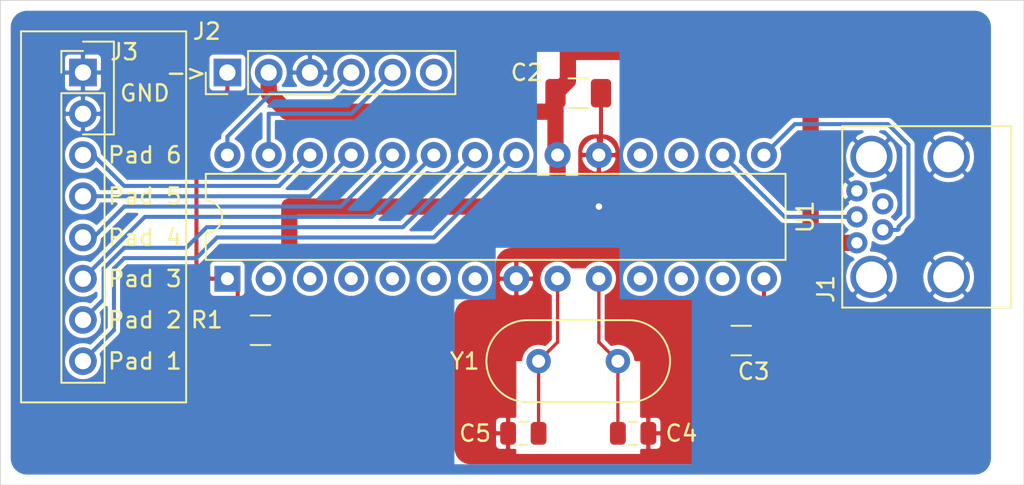
<source format=kicad_pcb>
(kicad_pcb (version 20171130) (host pcbnew "(5.1.2)-2")

  (general
    (thickness 1.6)
    (drawings 20)
    (tracks 81)
    (zones 0)
    (modules 10)
    (nets 30)
  )

  (page A4)
  (layers
    (0 F.Cu signal)
    (31 B.Cu signal)
    (32 B.Adhes user)
    (33 F.Adhes user)
    (34 B.Paste user)
    (35 F.Paste user)
    (36 B.SilkS user)
    (37 F.SilkS user)
    (38 B.Mask user)
    (39 F.Mask user)
    (40 Dwgs.User user)
    (41 Cmts.User user)
    (42 Eco1.User user)
    (43 Eco2.User user)
    (44 Edge.Cuts user)
    (45 Margin user)
    (46 B.CrtYd user)
    (47 F.CrtYd user)
    (48 B.Fab user)
    (49 F.Fab user)
  )

  (setup
    (last_trace_width 0.25)
    (user_trace_width 1)
    (trace_clearance 0.2)
    (zone_clearance 0.254)
    (zone_45_only no)
    (trace_min 0.2)
    (via_size 0.8)
    (via_drill 0.4)
    (via_min_size 0.4)
    (via_min_drill 0.3)
    (uvia_size 0.3)
    (uvia_drill 0.1)
    (uvias_allowed no)
    (uvia_min_size 0.2)
    (uvia_min_drill 0.1)
    (edge_width 0.05)
    (segment_width 0.2)
    (pcb_text_width 0.3)
    (pcb_text_size 1.5 1.5)
    (mod_edge_width 0.12)
    (mod_text_size 1 1)
    (mod_text_width 0.15)
    (pad_size 1.524 1.524)
    (pad_drill 0.762)
    (pad_to_mask_clearance 0.051)
    (solder_mask_min_width 0.25)
    (aux_axis_origin 0 0)
    (grid_origin 44.45 48.26)
    (visible_elements 7EFFFFFF)
    (pcbplotparams
      (layerselection 0x010f0_ffffffff)
      (usegerberextensions false)
      (usegerberattributes false)
      (usegerberadvancedattributes false)
      (creategerberjobfile false)
      (excludeedgelayer true)
      (linewidth 0.100000)
      (plotframeref false)
      (viasonmask false)
      (mode 1)
      (useauxorigin false)
      (hpglpennumber 1)
      (hpglpenspeed 20)
      (hpglpendiameter 15.000000)
      (psnegative false)
      (psa4output false)
      (plotreference true)
      (plotvalue true)
      (plotinvisibletext false)
      (padsonsilk false)
      (subtractmaskfromsilk false)
      (outputformat 1)
      (mirror false)
      (drillshape 0)
      (scaleselection 1)
      (outputdirectory "gerber-output/"))
  )

  (net 0 "")
  (net 1 VBUS)
  (net 2 GND)
  (net 3 "Net-(C3-Pad1)")
  (net 4 "Net-(C4-Pad1)")
  (net 5 "Net-(C5-Pad1)")
  (net 6 "Net-(J1-Pad4)")
  (net 7 "Net-(J1-Pad3)")
  (net 8 "Net-(J1-Pad2)")
  (net 9 "Net-(J2-Pad6)")
  (net 10 "Net-(J2-Pad5)")
  (net 11 "Net-(J2-Pad4)")
  (net 12 "Net-(J2-Pad1)")
  (net 13 "Net-(J3-Pad6)")
  (net 14 "Net-(J3-Pad5)")
  (net 15 "Net-(J3-Pad4)")
  (net 16 "Net-(J3-Pad3)")
  (net 17 "Net-(U1-Pad13)")
  (net 18 "Net-(U1-Pad12)")
  (net 19 "Net-(U1-Pad11)")
  (net 20 "Net-(U1-Pad7)")
  (net 21 "Net-(U1-Pad6)")
  (net 22 "Net-(U1-Pad5)")
  (net 23 "Net-(U1-Pad18)")
  (net 24 "Net-(U1-Pad4)")
  (net 25 "Net-(U1-Pad17)")
  (net 26 "Net-(U1-Pad3)")
  (net 27 "Net-(U1-Pad2)")
  (net 28 "Net-(J3-Pad8)")
  (net 29 "Net-(J3-Pad7)")

  (net_class Default "This is the default net class."
    (clearance 0.2)
    (trace_width 0.25)
    (via_dia 0.8)
    (via_drill 0.4)
    (uvia_dia 0.3)
    (uvia_drill 0.1)
    (add_net GND)
    (add_net "Net-(C3-Pad1)")
    (add_net "Net-(C4-Pad1)")
    (add_net "Net-(C5-Pad1)")
    (add_net "Net-(J1-Pad2)")
    (add_net "Net-(J1-Pad3)")
    (add_net "Net-(J1-Pad4)")
    (add_net "Net-(J2-Pad1)")
    (add_net "Net-(J2-Pad4)")
    (add_net "Net-(J2-Pad5)")
    (add_net "Net-(J2-Pad6)")
    (add_net "Net-(J3-Pad3)")
    (add_net "Net-(J3-Pad4)")
    (add_net "Net-(J3-Pad5)")
    (add_net "Net-(J3-Pad6)")
    (add_net "Net-(J3-Pad7)")
    (add_net "Net-(J3-Pad8)")
    (add_net "Net-(U1-Pad11)")
    (add_net "Net-(U1-Pad12)")
    (add_net "Net-(U1-Pad13)")
    (add_net "Net-(U1-Pad17)")
    (add_net "Net-(U1-Pad18)")
    (add_net "Net-(U1-Pad2)")
    (add_net "Net-(U1-Pad3)")
    (add_net "Net-(U1-Pad4)")
    (add_net "Net-(U1-Pad5)")
    (add_net "Net-(U1-Pad6)")
    (add_net "Net-(U1-Pad7)")
    (add_net VBUS)
  )

  (module animeclub_ddr_controller_v2:USB_Mini_B_MXRS_Horizontal (layer F.Cu) (tedit 5D4C6257) (tstamp 5D4BBF0A)
    (at 52.705 33.655 90)
    (path /5D43EC57)
    (fp_text reference J1 (at -4.445 -1.905 90) (layer F.SilkS)
      (effects (font (size 1 1) (thickness 0.15)))
    )
    (fp_text value USB_B_Mini (at 0 8.89 90) (layer F.Fab)
      (effects (font (size 1 1) (thickness 0.15)))
    )
    (fp_line (start -6.096 10) (end -6.096 -1.4) (layer F.CrtYd) (width 0.12))
    (fp_line (start 6.096 10) (end -6.096 10) (layer F.CrtYd) (width 0.12))
    (fp_line (start 6.096 -1.4) (end 6.096 10) (layer F.CrtYd) (width 0.12))
    (fp_line (start -6.096 -1.4) (end 6.096 -1.4) (layer F.CrtYd) (width 0.12))
    (fp_line (start 5.588 9.5) (end 5.588 -0.9) (layer F.SilkS) (width 0.12))
    (fp_line (start -5.588 9.5) (end 5.588 9.5) (layer F.SilkS) (width 0.12))
    (fp_line (start -5.588 -0.9) (end -5.588 9.5) (layer F.SilkS) (width 0.12))
    (fp_line (start 5.588 -0.9) (end -5.588 -0.9) (layer F.SilkS) (width 0.12))
    (fp_text user %R (at 0 6.35 90) (layer F.Fab)
      (effects (font (size 1 1) (thickness 0.15)))
    )
    (pad 6 thru_hole circle (at -3.7 5.65 90) (size 2.6 2.6) (drill 1.9) (layers *.Cu *.Mask)
      (net 2 GND))
    (pad 6 thru_hole circle (at 3.7 5.65 90) (size 2.6 2.6) (drill 1.9) (layers *.Cu *.Mask)
      (net 2 GND))
    (pad 6 thru_hole circle (at 3.7 0.9 90) (size 2.6 2.6) (drill 1.9) (layers *.Cu *.Mask)
      (net 2 GND))
    (pad 6 thru_hole circle (at -3.7 0.9 90) (size 2.6 2.6) (drill 1.9) (layers *.Cu *.Mask)
      (net 2 GND))
    (pad 1 thru_hole circle (at -1.6 0 90) (size 1.3 1.3) (drill 0.7) (layers *.Cu *.Mask)
      (net 1 VBUS))
    (pad 2 thru_hole circle (at -0.8 1.6 90) (size 1.3 1.3) (drill 0.7) (layers *.Cu *.Mask)
      (net 8 "Net-(J1-Pad2)"))
    (pad 5 thru_hole circle (at 1.6 0 90) (size 1.3 1.3) (drill 0.7) (layers *.Cu *.Mask)
      (net 2 GND))
    (pad 4 thru_hole circle (at 0.8 1.6 90) (size 1.3 1.3) (drill 0.7) (layers *.Cu *.Mask)
      (net 6 "Net-(J1-Pad4)"))
    (pad 3 thru_hole circle (at 0 0 90) (size 1.3 1.3) (drill 0.7) (layers *.Cu *.Mask)
      (net 7 "Net-(J1-Pad3)"))
  )

  (module Connector_PinHeader_2.54mm:PinHeader_1x08_P2.54mm_Vertical (layer F.Cu) (tedit 59FED5CC) (tstamp 5D4AE1BF)
    (at 5.08 24.765)
    (descr "Through hole straight pin header, 1x08, 2.54mm pitch, single row")
    (tags "Through hole pin header THT 1x08 2.54mm single row")
    (path /5D4523CB)
    (fp_text reference J3 (at 2.54 -1.27 unlocked) (layer F.SilkS)
      (effects (font (size 1 1) (thickness 0.15)))
    )
    (fp_text value "Pad Interface" (at -2.54 3.175 270 unlocked) (layer F.Fab)
      (effects (font (size 1 1) (thickness 0.15)))
    )
    (fp_text user %R (at 0 3.5 90) (layer F.Fab)
      (effects (font (size 0.76 0.76) (thickness 0.114)))
    )
    (fp_line (start 1.8 -1.8) (end -1.8 -1.8) (layer F.CrtYd) (width 0.05))
    (fp_line (start 1.8 19.55) (end 1.8 -1.8) (layer F.CrtYd) (width 0.05))
    (fp_line (start -1.8 19.55) (end 1.8 19.55) (layer F.CrtYd) (width 0.05))
    (fp_line (start -1.8 -1.8) (end -1.8 19.55) (layer F.CrtYd) (width 0.05))
    (fp_line (start -1.33 -1.33) (end 0 -1.33) (layer F.SilkS) (width 0.12))
    (fp_line (start -1.33 0) (end -1.33 -1.33) (layer F.SilkS) (width 0.12))
    (fp_line (start -1.33 1.27) (end 1.33 1.27) (layer F.SilkS) (width 0.12))
    (fp_line (start 1.33 1.27) (end 1.33 19.11) (layer F.SilkS) (width 0.12))
    (fp_line (start -1.33 1.27) (end -1.33 19.11) (layer F.SilkS) (width 0.12))
    (fp_line (start -1.33 19.11) (end 1.33 19.11) (layer F.SilkS) (width 0.12))
    (fp_line (start -1.27 -0.635) (end -0.635 -1.27) (layer F.Fab) (width 0.1))
    (fp_line (start -1.27 19.05) (end -1.27 -0.635) (layer F.Fab) (width 0.1))
    (fp_line (start 1.27 19.05) (end -1.27 19.05) (layer F.Fab) (width 0.1))
    (fp_line (start 1.27 -1.27) (end 1.27 19.05) (layer F.Fab) (width 0.1))
    (fp_line (start -0.635 -1.27) (end 1.27 -1.27) (layer F.Fab) (width 0.1))
    (pad 8 thru_hole oval (at 0 17.78) (size 1.7 1.7) (drill 1) (layers *.Cu *.Mask)
      (net 28 "Net-(J3-Pad8)"))
    (pad 7 thru_hole oval (at 0 15.24) (size 1.7 1.7) (drill 1) (layers *.Cu *.Mask)
      (net 29 "Net-(J3-Pad7)"))
    (pad 6 thru_hole oval (at 0 12.7) (size 1.7 1.7) (drill 1) (layers *.Cu *.Mask)
      (net 13 "Net-(J3-Pad6)"))
    (pad 5 thru_hole oval (at 0 10.16) (size 1.7 1.7) (drill 1) (layers *.Cu *.Mask)
      (net 14 "Net-(J3-Pad5)"))
    (pad 4 thru_hole oval (at 0 7.62) (size 1.7 1.7) (drill 1) (layers *.Cu *.Mask)
      (net 15 "Net-(J3-Pad4)"))
    (pad 3 thru_hole oval (at 0 5.08) (size 1.7 1.7) (drill 1) (layers *.Cu *.Mask)
      (net 16 "Net-(J3-Pad3)"))
    (pad 2 thru_hole oval (at 0 2.54) (size 1.7 1.7) (drill 1) (layers *.Cu *.Mask)
      (net 2 GND))
    (pad 1 thru_hole rect (at 0 0) (size 1.7 1.7) (drill 1) (layers *.Cu *.Mask)
      (net 2 GND))
    (model ${KISYS3DMOD}/Connector_PinHeader_2.54mm.3dshapes/PinHeader_1x08_P2.54mm_Vertical.wrl
      (at (xyz 0 0 0))
      (scale (xyz 1 1 1))
      (rotate (xyz 0 0 0))
    )
  )

  (module Crystal:Crystal_HC49-U_Vertical (layer F.Cu) (tedit 5D4B1CFA) (tstamp 5D4B1465)
    (at 35.56 42.545)
    (descr "Crystal THT HC-49/U http://5hertz.com/pdfs/04404_D.pdf")
    (tags "THT crystalHC-49/U")
    (path /5D48C585)
    (fp_text reference Y1 (at -6.985 0 180) (layer F.SilkS)
      (effects (font (size 1 1) (thickness 0.15)))
    )
    (fp_text value "12 MHz" (at -6.985 0 90) (layer F.Fab)
      (effects (font (size 1 1) (thickness 0.15)))
    )
    (fp_arc (start 3.125 0) (end 3.125 -2.525) (angle 180) (layer F.SilkS) (width 0.12))
    (fp_arc (start -3.125 0) (end -3.125 -2.525) (angle -180) (layer F.SilkS) (width 0.12))
    (fp_arc (start 3 0) (end 3 -2) (angle 180) (layer F.Fab) (width 0.1))
    (fp_arc (start -3 0) (end -3 -2) (angle -180) (layer F.Fab) (width 0.1))
    (fp_arc (start 3.125 0) (end 3.125 -2.325) (angle 180) (layer F.Fab) (width 0.1))
    (fp_arc (start -3.125 0) (end -3.125 -2.325) (angle -180) (layer F.Fab) (width 0.1))
    (fp_line (start 5.96 -2.8) (end -5.94 -2.8) (layer F.CrtYd) (width 0.05))
    (fp_line (start 5.96 2.8) (end 5.96 -2.8) (layer F.CrtYd) (width 0.05))
    (fp_line (start -5.94 2.8) (end 5.96 2.8) (layer F.CrtYd) (width 0.05))
    (fp_line (start -5.94 -2.8) (end -5.94 2.8) (layer F.CrtYd) (width 0.05))
    (fp_line (start -3.125 2.525) (end 3.125 2.525) (layer F.SilkS) (width 0.12))
    (fp_line (start -3.125 -2.525) (end 3.125 -2.525) (layer F.SilkS) (width 0.12))
    (fp_line (start -3 2) (end 3 2) (layer F.Fab) (width 0.1))
    (fp_line (start -3 -2) (end 3 -2) (layer F.Fab) (width 0.1))
    (fp_line (start -3.125 2.325) (end 3.125 2.325) (layer F.Fab) (width 0.1))
    (fp_line (start -3.125 -2.325) (end 3.125 -2.325) (layer F.Fab) (width 0.1))
    (fp_text user %R (at 0 0) (layer F.Fab)
      (effects (font (size 1 1) (thickness 0.15)))
    )
    (pad 2 thru_hole circle (at 2.44 0) (size 1.5 1.5) (drill 0.8) (layers *.Cu *.Mask)
      (net 4 "Net-(C4-Pad1)"))
    (pad 1 thru_hole circle (at -2.44 0) (size 1.5 1.5) (drill 0.8) (layers *.Cu *.Mask)
      (net 5 "Net-(C5-Pad1)"))
    (model ${KISYS3DMOD}/Crystal.3dshapes/Crystal_HC49-U_Vertical.wrl
      (at (xyz 0 0 0))
      (scale (xyz 1 1 1))
      (rotate (xyz 0 0 0))
    )
  )

  (module Connector_PinHeader_2.54mm:PinHeader_1x06_P2.54mm_Vertical (layer F.Cu) (tedit 59FED5CC) (tstamp 5D4BC076)
    (at 13.97 24.765 90)
    (descr "Through hole straight pin header, 1x06, 2.54mm pitch, single row")
    (tags "Through hole pin header THT 1x06 2.54mm single row")
    (path /5D43E2B2)
    (fp_text reference J2 (at 2.54 -1.27 unlocked) (layer F.SilkS)
      (effects (font (size 1 1) (thickness 0.15)))
    )
    (fp_text value ICSP (at -1.27 16.51 unlocked) (layer F.Fab)
      (effects (font (size 1 1) (thickness 0.15)))
    )
    (fp_text user %R (at 0 2.5) (layer F.Fab)
      (effects (font (size 0.76 0.76) (thickness 0.114)))
    )
    (fp_line (start 1.8 -1.8) (end -1.8 -1.8) (layer F.CrtYd) (width 0.05))
    (fp_line (start 1.8 14.5) (end 1.8 -1.8) (layer F.CrtYd) (width 0.05))
    (fp_line (start -1.8 14.5) (end 1.8 14.5) (layer F.CrtYd) (width 0.05))
    (fp_line (start -1.8 -1.8) (end -1.8 14.5) (layer F.CrtYd) (width 0.05))
    (fp_line (start -1.33 -1.33) (end 0 -1.33) (layer F.SilkS) (width 0.12))
    (fp_line (start -1.33 0) (end -1.33 -1.33) (layer F.SilkS) (width 0.12))
    (fp_line (start -1.33 1.27) (end 1.33 1.27) (layer F.SilkS) (width 0.12))
    (fp_line (start 1.33 1.27) (end 1.33 14.03) (layer F.SilkS) (width 0.12))
    (fp_line (start -1.33 1.27) (end -1.33 14.03) (layer F.SilkS) (width 0.12))
    (fp_line (start -1.33 14.03) (end 1.33 14.03) (layer F.SilkS) (width 0.12))
    (fp_line (start -1.27 -0.635) (end -0.635 -1.27) (layer F.Fab) (width 0.1))
    (fp_line (start -1.27 13.97) (end -1.27 -0.635) (layer F.Fab) (width 0.1))
    (fp_line (start 1.27 13.97) (end -1.27 13.97) (layer F.Fab) (width 0.1))
    (fp_line (start 1.27 -1.27) (end 1.27 13.97) (layer F.Fab) (width 0.1))
    (fp_line (start -0.635 -1.27) (end 1.27 -1.27) (layer F.Fab) (width 0.1))
    (pad 6 thru_hole oval (at 0 12.7 90) (size 1.7 1.7) (drill 1) (layers *.Cu *.Mask)
      (net 9 "Net-(J2-Pad6)"))
    (pad 5 thru_hole oval (at 0 10.16 90) (size 1.7 1.7) (drill 1) (layers *.Cu *.Mask)
      (net 10 "Net-(J2-Pad5)"))
    (pad 4 thru_hole oval (at 0 7.62 90) (size 1.7 1.7) (drill 1) (layers *.Cu *.Mask)
      (net 11 "Net-(J2-Pad4)"))
    (pad 3 thru_hole oval (at 0 5.08 90) (size 1.7 1.7) (drill 1) (layers *.Cu *.Mask)
      (net 2 GND))
    (pad 2 thru_hole oval (at 0 2.54 90) (size 1.7 1.7) (drill 1) (layers *.Cu *.Mask)
      (net 1 VBUS))
    (pad 1 thru_hole rect (at 0 0 90) (size 1.7 1.7) (drill 1) (layers *.Cu *.Mask)
      (net 12 "Net-(J2-Pad1)"))
    (model ${KISYS3DMOD}/Connector_PinHeader_2.54mm.3dshapes/PinHeader_1x06_P2.54mm_Vertical.wrl
      (at (xyz 0 0 0))
      (scale (xyz 1 1 1))
      (rotate (xyz 0 0 0))
    )
  )

  (module Package_DIP:DIP-28_W7.62mm (layer F.Cu) (tedit 5A02E8C5) (tstamp 5D4AE200)
    (at 13.97 37.465 90)
    (descr "28-lead though-hole mounted DIP package, row spacing 7.62 mm (300 mils)")
    (tags "THT DIP DIL PDIP 2.54mm 7.62mm 300mil")
    (path /5D3FCD9F)
    (fp_text reference U1 (at 3.81 35.56 270) (layer F.SilkS)
      (effects (font (size 1 1) (thickness 0.15)))
    )
    (fp_text value PIC18F2550-ISP (at 3.81 37.465 90) (layer F.Fab)
      (effects (font (size 1 1) (thickness 0.15)))
    )
    (fp_text user %R (at 3.81 16.51 90) (layer F.Fab)
      (effects (font (size 1 1) (thickness 0.15)))
    )
    (fp_line (start 8.7 -1.55) (end -1.1 -1.55) (layer F.CrtYd) (width 0.05))
    (fp_line (start 8.7 34.55) (end 8.7 -1.55) (layer F.CrtYd) (width 0.05))
    (fp_line (start -1.1 34.55) (end 8.7 34.55) (layer F.CrtYd) (width 0.05))
    (fp_line (start -1.1 -1.55) (end -1.1 34.55) (layer F.CrtYd) (width 0.05))
    (fp_line (start 6.46 -1.33) (end 4.81 -1.33) (layer F.SilkS) (width 0.12))
    (fp_line (start 6.46 34.35) (end 6.46 -1.33) (layer F.SilkS) (width 0.12))
    (fp_line (start 1.16 34.35) (end 6.46 34.35) (layer F.SilkS) (width 0.12))
    (fp_line (start 1.16 -1.33) (end 1.16 34.35) (layer F.SilkS) (width 0.12))
    (fp_line (start 2.81 -1.33) (end 1.16 -1.33) (layer F.SilkS) (width 0.12))
    (fp_line (start 0.635 -0.27) (end 1.635 -1.27) (layer F.Fab) (width 0.1))
    (fp_line (start 0.635 34.29) (end 0.635 -0.27) (layer F.Fab) (width 0.1))
    (fp_line (start 6.985 34.29) (end 0.635 34.29) (layer F.Fab) (width 0.1))
    (fp_line (start 6.985 -1.27) (end 6.985 34.29) (layer F.Fab) (width 0.1))
    (fp_line (start 1.635 -1.27) (end 6.985 -1.27) (layer F.Fab) (width 0.1))
    (fp_arc (start 3.81 -1.33) (end 2.81 -1.33) (angle -180) (layer F.SilkS) (width 0.12))
    (pad 28 thru_hole oval (at 7.62 0 90) (size 1.6 1.6) (drill 0.8) (layers *.Cu *.Mask)
      (net 11 "Net-(J2-Pad4)"))
    (pad 14 thru_hole oval (at 0 33.02 90) (size 1.6 1.6) (drill 0.8) (layers *.Cu *.Mask)
      (net 3 "Net-(C3-Pad1)"))
    (pad 27 thru_hole oval (at 7.62 2.54 90) (size 1.6 1.6) (drill 0.8) (layers *.Cu *.Mask)
      (net 10 "Net-(J2-Pad5)"))
    (pad 13 thru_hole oval (at 0 30.48 90) (size 1.6 1.6) (drill 0.8) (layers *.Cu *.Mask)
      (net 17 "Net-(U1-Pad13)"))
    (pad 26 thru_hole oval (at 7.62 5.08 90) (size 1.6 1.6) (drill 0.8) (layers *.Cu *.Mask)
      (net 16 "Net-(J3-Pad3)"))
    (pad 12 thru_hole oval (at 0 27.94 90) (size 1.6 1.6) (drill 0.8) (layers *.Cu *.Mask)
      (net 18 "Net-(U1-Pad12)"))
    (pad 25 thru_hole oval (at 7.62 7.62 90) (size 1.6 1.6) (drill 0.8) (layers *.Cu *.Mask)
      (net 15 "Net-(J3-Pad4)"))
    (pad 11 thru_hole oval (at 0 25.4 90) (size 1.6 1.6) (drill 0.8) (layers *.Cu *.Mask)
      (net 19 "Net-(U1-Pad11)"))
    (pad 24 thru_hole oval (at 7.62 10.16 90) (size 1.6 1.6) (drill 0.8) (layers *.Cu *.Mask)
      (net 14 "Net-(J3-Pad5)"))
    (pad 10 thru_hole oval (at 0 22.86 90) (size 1.6 1.6) (drill 0.8) (layers *.Cu *.Mask)
      (net 4 "Net-(C4-Pad1)"))
    (pad 23 thru_hole oval (at 7.62 12.7 90) (size 1.6 1.6) (drill 0.8) (layers *.Cu *.Mask)
      (net 13 "Net-(J3-Pad6)"))
    (pad 9 thru_hole oval (at 0 20.32 90) (size 1.6 1.6) (drill 0.8) (layers *.Cu *.Mask)
      (net 5 "Net-(C5-Pad1)"))
    (pad 22 thru_hole oval (at 7.62 15.24 90) (size 1.6 1.6) (drill 0.8) (layers *.Cu *.Mask)
      (net 29 "Net-(J3-Pad7)"))
    (pad 8 thru_hole oval (at 0 17.78 90) (size 1.6 1.6) (drill 0.8) (layers *.Cu *.Mask)
      (net 2 GND))
    (pad 21 thru_hole oval (at 7.62 17.78 90) (size 1.6 1.6) (drill 0.8) (layers *.Cu *.Mask)
      (net 28 "Net-(J3-Pad8)"))
    (pad 7 thru_hole oval (at 0 15.24 90) (size 1.6 1.6) (drill 0.8) (layers *.Cu *.Mask)
      (net 20 "Net-(U1-Pad7)"))
    (pad 20 thru_hole oval (at 7.62 20.32 90) (size 1.6 1.6) (drill 0.8) (layers *.Cu *.Mask)
      (net 1 VBUS))
    (pad 6 thru_hole oval (at 0 12.7 90) (size 1.6 1.6) (drill 0.8) (layers *.Cu *.Mask)
      (net 21 "Net-(U1-Pad6)"))
    (pad 19 thru_hole oval (at 7.62 22.86 90) (size 1.6 1.6) (drill 0.8) (layers *.Cu *.Mask)
      (net 2 GND))
    (pad 5 thru_hole oval (at 0 10.16 90) (size 1.6 1.6) (drill 0.8) (layers *.Cu *.Mask)
      (net 22 "Net-(U1-Pad5)"))
    (pad 18 thru_hole oval (at 7.62 25.4 90) (size 1.6 1.6) (drill 0.8) (layers *.Cu *.Mask)
      (net 23 "Net-(U1-Pad18)"))
    (pad 4 thru_hole oval (at 0 7.62 90) (size 1.6 1.6) (drill 0.8) (layers *.Cu *.Mask)
      (net 24 "Net-(U1-Pad4)"))
    (pad 17 thru_hole oval (at 7.62 27.94 90) (size 1.6 1.6) (drill 0.8) (layers *.Cu *.Mask)
      (net 25 "Net-(U1-Pad17)"))
    (pad 3 thru_hole oval (at 0 5.08 90) (size 1.6 1.6) (drill 0.8) (layers *.Cu *.Mask)
      (net 26 "Net-(U1-Pad3)"))
    (pad 16 thru_hole oval (at 7.62 30.48 90) (size 1.6 1.6) (drill 0.8) (layers *.Cu *.Mask)
      (net 7 "Net-(J1-Pad3)"))
    (pad 2 thru_hole oval (at 0 2.54 90) (size 1.6 1.6) (drill 0.8) (layers *.Cu *.Mask)
      (net 27 "Net-(U1-Pad2)"))
    (pad 15 thru_hole oval (at 7.62 33.02 90) (size 1.6 1.6) (drill 0.8) (layers *.Cu *.Mask)
      (net 8 "Net-(J1-Pad2)"))
    (pad 1 thru_hole rect (at 0 0 90) (size 1.6 1.6) (drill 0.8) (layers *.Cu *.Mask)
      (net 12 "Net-(J2-Pad1)"))
    (model ${KISYS3DMOD}/Package_DIP.3dshapes/DIP-28_W7.62mm.wrl
      (at (xyz 0 0 0))
      (scale (xyz 1 1 1))
      (rotate (xyz 0 0 0))
    )
  )

  (module Resistor_SMD:R_1206_3216Metric (layer F.Cu) (tedit 5B301BBD) (tstamp 5D4AE1D0)
    (at 16.005 40.64 180)
    (descr "Resistor SMD 1206 (3216 Metric), square (rectangular) end terminal, IPC_7351 nominal, (Body size source: http://www.tortai-tech.com/upload/download/2011102023233369053.pdf), generated with kicad-footprint-generator")
    (tags resistor)
    (path /5D441861)
    (attr smd)
    (fp_text reference R1 (at 3.305 0.635) (layer F.SilkS)
      (effects (font (size 1 1) (thickness 0.15)))
    )
    (fp_text value 10k (at 3.94 -0.635) (layer F.Fab)
      (effects (font (size 1 1) (thickness 0.15)))
    )
    (fp_text user %R (at 0 0) (layer F.Fab)
      (effects (font (size 0.8 0.8) (thickness 0.12)))
    )
    (fp_line (start 2.28 1.12) (end -2.28 1.12) (layer F.CrtYd) (width 0.05))
    (fp_line (start 2.28 -1.12) (end 2.28 1.12) (layer F.CrtYd) (width 0.05))
    (fp_line (start -2.28 -1.12) (end 2.28 -1.12) (layer F.CrtYd) (width 0.05))
    (fp_line (start -2.28 1.12) (end -2.28 -1.12) (layer F.CrtYd) (width 0.05))
    (fp_line (start -0.602064 0.91) (end 0.602064 0.91) (layer F.SilkS) (width 0.12))
    (fp_line (start -0.602064 -0.91) (end 0.602064 -0.91) (layer F.SilkS) (width 0.12))
    (fp_line (start 1.6 0.8) (end -1.6 0.8) (layer F.Fab) (width 0.1))
    (fp_line (start 1.6 -0.8) (end 1.6 0.8) (layer F.Fab) (width 0.1))
    (fp_line (start -1.6 -0.8) (end 1.6 -0.8) (layer F.Fab) (width 0.1))
    (fp_line (start -1.6 0.8) (end -1.6 -0.8) (layer F.Fab) (width 0.1))
    (pad 2 smd roundrect (at 1.4 0 180) (size 1.25 1.75) (layers F.Cu F.Paste F.Mask) (roundrect_rratio 0.2)
      (net 12 "Net-(J2-Pad1)"))
    (pad 1 smd roundrect (at -1.4 0 180) (size 1.25 1.75) (layers F.Cu F.Paste F.Mask) (roundrect_rratio 0.2)
      (net 1 VBUS))
    (model ${KISYS3DMOD}/Resistor_SMD.3dshapes/R_1206_3216Metric.wrl
      (at (xyz 0 0 0))
      (scale (xyz 1 1 1))
      (rotate (xyz 0 0 0))
    )
  )

  (module Capacitor_SMD:C_0805_2012Metric (layer F.Cu) (tedit 5B36C52B) (tstamp 5D4AE167)
    (at 32.1825 46.99 180)
    (descr "Capacitor SMD 0805 (2012 Metric), square (rectangular) end terminal, IPC_7351 nominal, (Body size source: https://docs.google.com/spreadsheets/d/1BsfQQcO9C6DZCsRaXUlFlo91Tg2WpOkGARC1WS5S8t0/edit?usp=sharing), generated with kicad-footprint-generator")
    (tags capacitor)
    (path /5D44EC47)
    (attr smd)
    (fp_text reference C5 (at 2.9725 0) (layer F.SilkS)
      (effects (font (size 1 1) (thickness 0.15)))
    )
    (fp_text value 22pF (at 3.6075 -0.635) (layer F.Fab)
      (effects (font (size 1 1) (thickness 0.15)))
    )
    (fp_text user %R (at 0 0) (layer F.Fab)
      (effects (font (size 0.5 0.5) (thickness 0.08)))
    )
    (fp_line (start 1.68 0.95) (end -1.68 0.95) (layer F.CrtYd) (width 0.05))
    (fp_line (start 1.68 -0.95) (end 1.68 0.95) (layer F.CrtYd) (width 0.05))
    (fp_line (start -1.68 -0.95) (end 1.68 -0.95) (layer F.CrtYd) (width 0.05))
    (fp_line (start -1.68 0.95) (end -1.68 -0.95) (layer F.CrtYd) (width 0.05))
    (fp_line (start -0.258578 0.71) (end 0.258578 0.71) (layer F.SilkS) (width 0.12))
    (fp_line (start -0.258578 -0.71) (end 0.258578 -0.71) (layer F.SilkS) (width 0.12))
    (fp_line (start 1 0.6) (end -1 0.6) (layer F.Fab) (width 0.1))
    (fp_line (start 1 -0.6) (end 1 0.6) (layer F.Fab) (width 0.1))
    (fp_line (start -1 -0.6) (end 1 -0.6) (layer F.Fab) (width 0.1))
    (fp_line (start -1 0.6) (end -1 -0.6) (layer F.Fab) (width 0.1))
    (pad 2 smd roundrect (at 0.9375 0 180) (size 0.975 1.4) (layers F.Cu F.Paste F.Mask) (roundrect_rratio 0.25)
      (net 2 GND))
    (pad 1 smd roundrect (at -0.9375 0 180) (size 0.975 1.4) (layers F.Cu F.Paste F.Mask) (roundrect_rratio 0.25)
      (net 5 "Net-(C5-Pad1)"))
    (model ${KISYS3DMOD}/Capacitor_SMD.3dshapes/C_0805_2012Metric.wrl
      (at (xyz 0 0 0))
      (scale (xyz 1 1 1))
      (rotate (xyz 0 0 0))
    )
  )

  (module Capacitor_SMD:C_0805_2012Metric (layer F.Cu) (tedit 5B36C52B) (tstamp 5D4AE156)
    (at 38.9375 46.99)
    (descr "Capacitor SMD 0805 (2012 Metric), square (rectangular) end terminal, IPC_7351 nominal, (Body size source: https://docs.google.com/spreadsheets/d/1BsfQQcO9C6DZCsRaXUlFlo91Tg2WpOkGARC1WS5S8t0/edit?usp=sharing), generated with kicad-footprint-generator")
    (tags capacitor)
    (path /5D44E028)
    (attr smd)
    (fp_text reference C4 (at 2.9725 0) (layer F.SilkS)
      (effects (font (size 1 1) (thickness 0.15)))
    )
    (fp_text value 22pF (at 3.6075 0.635) (layer F.Fab)
      (effects (font (size 1 1) (thickness 0.15)))
    )
    (fp_text user %R (at 0 0) (layer F.Fab)
      (effects (font (size 0.5 0.5) (thickness 0.08)))
    )
    (fp_line (start 1.68 0.95) (end -1.68 0.95) (layer F.CrtYd) (width 0.05))
    (fp_line (start 1.68 -0.95) (end 1.68 0.95) (layer F.CrtYd) (width 0.05))
    (fp_line (start -1.68 -0.95) (end 1.68 -0.95) (layer F.CrtYd) (width 0.05))
    (fp_line (start -1.68 0.95) (end -1.68 -0.95) (layer F.CrtYd) (width 0.05))
    (fp_line (start -0.258578 0.71) (end 0.258578 0.71) (layer F.SilkS) (width 0.12))
    (fp_line (start -0.258578 -0.71) (end 0.258578 -0.71) (layer F.SilkS) (width 0.12))
    (fp_line (start 1 0.6) (end -1 0.6) (layer F.Fab) (width 0.1))
    (fp_line (start 1 -0.6) (end 1 0.6) (layer F.Fab) (width 0.1))
    (fp_line (start -1 -0.6) (end 1 -0.6) (layer F.Fab) (width 0.1))
    (fp_line (start -1 0.6) (end -1 -0.6) (layer F.Fab) (width 0.1))
    (pad 2 smd roundrect (at 0.9375 0) (size 0.975 1.4) (layers F.Cu F.Paste F.Mask) (roundrect_rratio 0.25)
      (net 2 GND))
    (pad 1 smd roundrect (at -0.9375 0) (size 0.975 1.4) (layers F.Cu F.Paste F.Mask) (roundrect_rratio 0.25)
      (net 4 "Net-(C4-Pad1)"))
    (model ${KISYS3DMOD}/Capacitor_SMD.3dshapes/C_0805_2012Metric.wrl
      (at (xyz 0 0 0))
      (scale (xyz 1 1 1))
      (rotate (xyz 0 0 0))
    )
  )

  (module Capacitor_SMD:C_1206_3216Metric (layer F.Cu) (tedit 5B301BBE) (tstamp 5D4AE145)
    (at 45.59 41.275 180)
    (descr "Capacitor SMD 1206 (3216 Metric), square (rectangular) end terminal, IPC_7351 nominal, (Body size source: http://www.tortai-tech.com/upload/download/2011102023233369053.pdf), generated with kicad-footprint-generator")
    (tags capacitor)
    (path /5D408360)
    (attr smd)
    (fp_text reference C3 (at -0.765 -1.905) (layer F.SilkS)
      (effects (font (size 1 1) (thickness 0.15)))
    )
    (fp_text value 220nF (at -2.035 -3.175) (layer F.Fab)
      (effects (font (size 1 1) (thickness 0.15)))
    )
    (fp_text user %R (at 0 0) (layer F.Fab)
      (effects (font (size 0.8 0.8) (thickness 0.12)))
    )
    (fp_line (start 2.28 1.12) (end -2.28 1.12) (layer F.CrtYd) (width 0.05))
    (fp_line (start 2.28 -1.12) (end 2.28 1.12) (layer F.CrtYd) (width 0.05))
    (fp_line (start -2.28 -1.12) (end 2.28 -1.12) (layer F.CrtYd) (width 0.05))
    (fp_line (start -2.28 1.12) (end -2.28 -1.12) (layer F.CrtYd) (width 0.05))
    (fp_line (start -0.602064 0.91) (end 0.602064 0.91) (layer F.SilkS) (width 0.12))
    (fp_line (start -0.602064 -0.91) (end 0.602064 -0.91) (layer F.SilkS) (width 0.12))
    (fp_line (start 1.6 0.8) (end -1.6 0.8) (layer F.Fab) (width 0.1))
    (fp_line (start 1.6 -0.8) (end 1.6 0.8) (layer F.Fab) (width 0.1))
    (fp_line (start -1.6 -0.8) (end 1.6 -0.8) (layer F.Fab) (width 0.1))
    (fp_line (start -1.6 0.8) (end -1.6 -0.8) (layer F.Fab) (width 0.1))
    (pad 2 smd roundrect (at 1.4 0 180) (size 1.25 1.75) (layers F.Cu F.Paste F.Mask) (roundrect_rratio 0.2)
      (net 2 GND))
    (pad 1 smd roundrect (at -1.4 0 180) (size 1.25 1.75) (layers F.Cu F.Paste F.Mask) (roundrect_rratio 0.2)
      (net 3 "Net-(C3-Pad1)"))
    (model ${KISYS3DMOD}/Capacitor_SMD.3dshapes/C_1206_3216Metric.wrl
      (at (xyz 0 0 0))
      (scale (xyz 1 1 1))
      (rotate (xyz 0 0 0))
    )
  )

  (module Capacitor_SMD:C_1206_3216Metric (layer F.Cu) (tedit 5B301BBE) (tstamp 5D4AE134)
    (at 35.56 26.035 180)
    (descr "Capacitor SMD 1206 (3216 Metric), square (rectangular) end terminal, IPC_7351 nominal, (Body size source: http://www.tortai-tech.com/upload/download/2011102023233369053.pdf), generated with kicad-footprint-generator")
    (tags capacitor)
    (path /5D3FFB7B)
    (attr smd)
    (fp_text reference C2 (at 3.175 1.27) (layer F.SilkS)
      (effects (font (size 1 1) (thickness 0.15)))
    )
    (fp_text value 0.1uF (at 0 1.905) (layer F.Fab)
      (effects (font (size 1 1) (thickness 0.15)))
    )
    (fp_text user %R (at 0 0) (layer F.Fab)
      (effects (font (size 0.8 0.8) (thickness 0.12)))
    )
    (fp_line (start 2.28 1.12) (end -2.28 1.12) (layer F.CrtYd) (width 0.05))
    (fp_line (start 2.28 -1.12) (end 2.28 1.12) (layer F.CrtYd) (width 0.05))
    (fp_line (start -2.28 -1.12) (end 2.28 -1.12) (layer F.CrtYd) (width 0.05))
    (fp_line (start -2.28 1.12) (end -2.28 -1.12) (layer F.CrtYd) (width 0.05))
    (fp_line (start -0.602064 0.91) (end 0.602064 0.91) (layer F.SilkS) (width 0.12))
    (fp_line (start -0.602064 -0.91) (end 0.602064 -0.91) (layer F.SilkS) (width 0.12))
    (fp_line (start 1.6 0.8) (end -1.6 0.8) (layer F.Fab) (width 0.1))
    (fp_line (start 1.6 -0.8) (end 1.6 0.8) (layer F.Fab) (width 0.1))
    (fp_line (start -1.6 -0.8) (end 1.6 -0.8) (layer F.Fab) (width 0.1))
    (fp_line (start -1.6 0.8) (end -1.6 -0.8) (layer F.Fab) (width 0.1))
    (pad 2 smd roundrect (at 1.4 0 180) (size 1.25 1.75) (layers F.Cu F.Paste F.Mask) (roundrect_rratio 0.2)
      (net 1 VBUS))
    (pad 1 smd roundrect (at -1.4 0 180) (size 1.25 1.75) (layers F.Cu F.Paste F.Mask) (roundrect_rratio 0.2)
      (net 2 GND))
    (model ${KISYS3DMOD}/Capacitor_SMD.3dshapes/C_1206_3216Metric.wrl
      (at (xyz 0 0 0))
      (scale (xyz 1 1 1))
      (rotate (xyz 0 0 0))
    )
  )

  (gr_line (start 0 20.32) (end 0 50.165) (layer Edge.Cuts) (width 0.05) (tstamp 5D4BDE31))
  (gr_line (start 62.992 50.165) (end 0 50.165) (layer Edge.Cuts) (width 0.05) (tstamp 5D4BDE2B))
  (gr_line (start 62.992 20.32) (end 62.992 50.165) (layer Edge.Cuts) (width 0.05))
  (gr_line (start 0 20.32) (end 62.992 20.32) (layer Edge.Cuts) (width 0.05))
  (gr_line (start 11.43 22.225) (end 1.27 22.225) (layer F.SilkS) (width 0.12) (tstamp 5D4BDCA9))
  (gr_line (start 11.43 45.085) (end 11.43 22.225) (layer F.SilkS) (width 0.12))
  (gr_line (start 1.27 45.085) (end 11.43 45.085) (layer F.SilkS) (width 0.12))
  (gr_line (start 1.27 22.225) (end 1.27 45.085) (layer F.SilkS) (width 0.12))
  (gr_line (start 6.985 28.575) (end 5.08 28.575) (layer F.SilkS) (width 0.12))
  (gr_line (start 6.985 26.035) (end 6.985 28.575) (layer F.SilkS) (width 0.12))
  (gr_line (start 6.985 22.86) (end 5.08 22.86) (layer F.SilkS) (width 0.12))
  (gr_line (start 6.985 26.035) (end 6.985 22.86) (layer F.SilkS) (width 0.12))
  (gr_text GND (at 8.89 26.035) (layer F.SilkS) (tstamp 5D4BDBDB)
    (effects (font (size 1 1) (thickness 0.15)))
  )
  (gr_text "Pad 6" (at 8.89 29.845) (layer F.SilkS) (tstamp 5D4BDBDF)
    (effects (font (size 1 1) (thickness 0.15)))
  )
  (gr_text "Pad 2" (at 8.89 40.005) (layer F.SilkS) (tstamp 5D4BDBDE)
    (effects (font (size 1 1) (thickness 0.15)))
  )
  (gr_text "Pad 5" (at 8.89 32.385) (layer F.SilkS) (tstamp 5D4BDBDD)
    (effects (font (size 1 1) (thickness 0.15)))
  )
  (gr_text "Pad 4" (at 8.89 34.925) (layer F.SilkS) (tstamp 5D4BDBDC)
    (effects (font (size 1 1) (thickness 0.15)))
  )
  (gr_text "Pad 1" (at 8.89 42.545) (layer F.SilkS) (tstamp 5D4BDBDA)
    (effects (font (size 1 1) (thickness 0.15)))
  )
  (gr_text "Pad 3" (at 8.89 37.465) (layer F.SilkS) (tstamp 5D4BDBD9)
    (effects (font (size 1 1) (thickness 0.15)))
  )
  (gr_text -> (at 11.43 24.765) (layer F.SilkS)
    (effects (font (size 1 1) (thickness 0.15)))
  )

  (segment (start 34.16 29.715) (end 34.29 29.845) (width 0.25) (layer F.Cu) (net 1))
  (segment (start 34.29 29.845) (end 34.29 31.75) (width 1) (layer F.Cu) (net 1))
  (segment (start 34.29 31.75) (end 33.02 33.02) (width 1) (layer F.Cu) (net 1))
  (segment (start 17.405 39.665) (end 17.78 39.29) (width 0.25) (layer F.Cu) (net 1))
  (segment (start 17.405 40.64) (end 17.405 39.665) (width 0.25) (layer F.Cu) (net 1))
  (segment (start 33.02 33.02) (end 17.78 33.02) (width 1) (layer F.Cu) (net 1))
  (segment (start 34.925 25.27) (end 34.16 26.035) (width 1) (layer F.Cu) (net 1))
  (segment (start 34.925 23.495) (end 34.925 25.27) (width 1) (layer F.Cu) (net 1))
  (segment (start 46.355 23.495) (end 34.925 23.495) (width 1) (layer F.Cu) (net 1))
  (segment (start 49.86 27) (end 46.355 23.495) (width 1) (layer F.Cu) (net 1))
  (segment (start 52.705 35.255) (end 49.86 35.255) (width 1) (layer F.Cu) (net 1))
  (segment (start 49.86 35.255) (end 49.86 27) (width 1) (layer F.Cu) (net 1))
  (segment (start 34.16 27.175) (end 17.65 27.175) (width 1) (layer F.Cu) (net 1))
  (segment (start 34.16 27.175) (end 34.16 29.715) (width 1) (layer F.Cu) (net 1))
  (segment (start 34.16 26.035) (end 34.16 27.175) (width 1) (layer F.Cu) (net 1))
  (segment (start 16.51 26.035) (end 16.51 24.765) (width 1) (layer F.Cu) (net 1))
  (segment (start 17.65 27.175) (end 16.51 26.035) (width 1) (layer F.Cu) (net 1))
  (segment (start 17.78 33.02) (end 17.78 35.56) (width 1) (layer F.Cu) (net 1))
  (segment (start 17.78 39.29) (end 17.78 35.56) (width 0.25) (layer F.Cu) (net 1))
  (segment (start 36.96 29.715) (end 36.83 29.845) (width 0.25) (layer F.Cu) (net 2))
  (segment (start 36.96 26.035) (end 36.96 29.715) (width 0.25) (layer F.Cu) (net 2))
  (via (at 36.83 33.02) (size 0.8) (drill 0.4) (layers F.Cu B.Cu) (net 2))
  (segment (start 46.99 40.3) (end 46.99 37.465) (width 0.25) (layer F.Cu) (net 3))
  (segment (start 46.99 41.275) (end 46.99 40.3) (width 0.25) (layer F.Cu) (net 3))
  (segment (start 36.83 41.375) (end 36.83 37.465) (width 0.2032) (layer F.Cu) (net 4))
  (segment (start 38 42.545) (end 36.83 41.375) (width 0.2032) (layer F.Cu) (net 4))
  (segment (start 38 46.99) (end 38 42.545) (width 0.2032) (layer F.Cu) (net 4))
  (segment (start 34.29 41.375) (end 34.29 37.465) (width 0.2032) (layer F.Cu) (net 5))
  (segment (start 33.12 42.545) (end 34.29 41.375) (width 0.2032) (layer F.Cu) (net 5))
  (segment (start 33.12 46.99) (end 33.12 42.545) (width 0.2032) (layer F.Cu) (net 5))
  (segment (start 48.26 33.655) (end 44.45 29.845) (width 0.25) (layer B.Cu) (net 7))
  (segment (start 52.705 33.655) (end 48.26 33.655) (width 0.25) (layer B.Cu) (net 7))
  (segment (start 55.224238 34.455) (end 54.305 34.455) (width 0.25) (layer B.Cu) (net 8))
  (segment (start 46.99 29.845) (end 48.895 27.94) (width 0.25) (layer B.Cu) (net 8))
  (segment (start 48.895 27.94) (end 54.61 27.94) (width 0.25) (layer B.Cu) (net 8))
  (segment (start 55.280001 34.399237) (end 55.224238 34.455) (width 0.25) (layer B.Cu) (net 8))
  (segment (start 54.61 27.94) (end 55.88 29.21) (width 0.25) (layer B.Cu) (net 8))
  (segment (start 55.88 29.21) (end 55.88 33.655) (width 0.25) (layer B.Cu) (net 8))
  (segment (start 55.88 33.655) (end 55.280001 34.254999) (width 0.25) (layer B.Cu) (net 8))
  (segment (start 55.280001 34.254999) (end 55.280001 34.399237) (width 0.25) (layer B.Cu) (net 8))
  (segment (start 16.51 27.305) (end 16.51 29.845) (width 0.25) (layer B.Cu) (net 10))
  (segment (start 24.13 24.765) (end 21.59 27.305) (width 0.25) (layer B.Cu) (net 10))
  (segment (start 21.59 27.305) (end 16.51 27.305) (width 0.25) (layer B.Cu) (net 10))
  (segment (start 16.64863 26.035) (end 13.97 28.71363) (width 0.25) (layer B.Cu) (net 11))
  (segment (start 13.97 28.71363) (end 13.97 29.845) (width 0.25) (layer B.Cu) (net 11))
  (segment (start 20.32 26.035) (end 16.64863 26.035) (width 0.25) (layer B.Cu) (net 11))
  (segment (start 21.59 24.765) (end 20.32 26.035) (width 0.25) (layer B.Cu) (net 11))
  (segment (start 12.92 37.465) (end 13.97 37.465) (width 0.25) (layer F.Cu) (net 12))
  (segment (start 12.065 36.61) (end 12.92 37.465) (width 0.25) (layer F.Cu) (net 12))
  (segment (start 12.065 27.77) (end 12.065 36.61) (width 0.25) (layer F.Cu) (net 12))
  (segment (start 13.97 25.865) (end 12.065 27.77) (width 0.25) (layer F.Cu) (net 12))
  (segment (start 13.97 24.765) (end 13.97 25.865) (width 0.25) (layer F.Cu) (net 12))
  (segment (start 14.605 38.1) (end 13.97 37.465) (width 0.25) (layer F.Cu) (net 12))
  (segment (start 14.605 40.64) (end 14.605 38.1) (width 0.25) (layer F.Cu) (net 12))
  (segment (start 22.86 33.655) (end 26.67 29.845) (width 0.25) (layer B.Cu) (net 13))
  (segment (start 8.89 33.655) (end 22.86 33.655) (width 0.25) (layer B.Cu) (net 13))
  (segment (start 5.08 37.465) (end 8.89 33.655) (width 0.25) (layer B.Cu) (net 13))
  (segment (start 5.715 34.925) (end 5.08 34.925) (width 0.25) (layer B.Cu) (net 14))
  (segment (start 7.62 33.02) (end 5.715 34.925) (width 0.25) (layer B.Cu) (net 14))
  (segment (start 24.13 29.845) (end 20.955 33.02) (width 0.25) (layer B.Cu) (net 14))
  (segment (start 20.955 33.02) (end 7.62 33.02) (width 0.25) (layer B.Cu) (net 14))
  (segment (start 19.05 32.385) (end 21.59 29.845) (width 0.25) (layer B.Cu) (net 15))
  (segment (start 5.08 32.385) (end 19.05 32.385) (width 0.25) (layer B.Cu) (net 15))
  (segment (start 17.145 31.75) (end 19.05 29.845) (width 0.25) (layer B.Cu) (net 16))
  (segment (start 7.62 31.75) (end 17.145 31.75) (width 0.25) (layer B.Cu) (net 16))
  (segment (start 5.08 29.845) (end 5.715 29.845) (width 0.25) (layer B.Cu) (net 16))
  (segment (start 5.715 29.845) (end 7.62 31.75) (width 0.25) (layer B.Cu) (net 16))
  (segment (start 26.67 34.925) (end 31.75 29.845) (width 0.25) (layer B.Cu) (net 28))
  (segment (start 13.335 34.925) (end 26.67 34.925) (width 0.25) (layer B.Cu) (net 28))
  (segment (start 5.08 42.545) (end 6.98641 40.63859) (width 0.25) (layer B.Cu) (net 28))
  (segment (start 6.98641 40.63859) (end 6.98641 36.83141) (width 0.25) (layer B.Cu) (net 28))
  (segment (start 6.98641 36.83141) (end 7.62282 36.195) (width 0.25) (layer B.Cu) (net 28))
  (segment (start 12.065 36.195) (end 13.335 34.925) (width 0.25) (layer B.Cu) (net 28))
  (segment (start 7.62282 36.195) (end 12.065 36.195) (width 0.25) (layer B.Cu) (net 28))
  (segment (start 24.765 34.29) (end 29.21 29.845) (width 0.25) (layer B.Cu) (net 29))
  (segment (start 6.35 38.735) (end 6.35 36.83141) (width 0.25) (layer B.Cu) (net 29))
  (segment (start 6.35 36.83141) (end 7.62141 35.56) (width 0.25) (layer B.Cu) (net 29))
  (segment (start 7.62141 35.56) (end 11.43 35.56) (width 0.25) (layer B.Cu) (net 29))
  (segment (start 11.43 35.56) (end 12.7 34.29) (width 0.25) (layer B.Cu) (net 29))
  (segment (start 5.08 40.005) (end 6.35 38.735) (width 0.25) (layer B.Cu) (net 29))
  (segment (start 12.7 34.29) (end 24.765 34.29) (width 0.25) (layer B.Cu) (net 29))

  (zone (net 2) (net_name GND) (layer F.Cu) (tstamp 5D4BDFAC) (hatch full 0.508)
    (connect_pads (clearance 0.254))
    (min_thickness 0.18)
    (fill yes (arc_segments 32) (thermal_gap 0.254) (thermal_bridge_width 0.26) (smoothing fillet) (radius 1))
    (polygon
      (pts
        (xy 30.48 38.735) (xy 27.94 38.735) (xy 27.94 48.895) (xy 45.085 48.895) (xy 45.085 38.735)
        (xy 38.1 38.735) (xy 38.1 28.575) (xy 35.56 28.575) (xy 35.56 35.56) (xy 30.48 35.56)
      )
    )
    (filled_polygon
      (pts
        (xy 37.277448 28.682913) (xy 37.448075 28.734672) (xy 37.605329 28.818726) (xy 37.74316 28.93184) (xy 37.856274 29.069671)
        (xy 37.940328 29.226925) (xy 37.992087 29.397552) (xy 38.01 29.579426) (xy 38.01 37.735) (xy 38.010433 37.743822)
        (xy 38.029648 37.938912) (xy 38.03309 37.956215) (xy 38.089995 38.143808) (xy 38.096747 38.160109) (xy 38.189157 38.332996)
        (xy 38.198959 38.347665) (xy 38.323322 38.499202) (xy 38.335798 38.511678) (xy 38.487335 38.636041) (xy 38.502004 38.645843)
        (xy 38.674891 38.738253) (xy 38.691192 38.745005) (xy 38.878785 38.80191) (xy 38.896088 38.805352) (xy 39.091178 38.824567)
        (xy 39.1 38.825) (xy 44.080574 38.825) (xy 44.262448 38.842913) (xy 44.433075 38.894672) (xy 44.590329 38.978726)
        (xy 44.72816 39.09184) (xy 44.841274 39.229671) (xy 44.925328 39.386925) (xy 44.977087 39.557552) (xy 44.995 39.739426)
        (xy 44.995 40.106155) (xy 44.94728 40.080648) (xy 44.882436 40.060978) (xy 44.815 40.054336) (xy 44.316 40.056)
        (xy 44.23 40.142) (xy 44.23 41.235) (xy 44.25 41.235) (xy 44.25 41.315) (xy 44.23 41.315)
        (xy 44.23 42.408) (xy 44.316 42.494) (xy 44.815 42.495664) (xy 44.882436 42.489022) (xy 44.94728 42.469352)
        (xy 44.995 42.443845) (xy 44.995 47.890574) (xy 44.977087 48.072448) (xy 44.925328 48.243075) (xy 44.841274 48.400329)
        (xy 44.72816 48.53816) (xy 44.590329 48.651274) (xy 44.433075 48.735328) (xy 44.262448 48.787087) (xy 44.080574 48.805)
        (xy 28.944426 48.805) (xy 28.762552 48.787087) (xy 28.591925 48.735328) (xy 28.434671 48.651274) (xy 28.29684 48.53816)
        (xy 28.183726 48.400329) (xy 28.099672 48.243075) (xy 28.047913 48.072448) (xy 28.03 47.890574) (xy 28.03 47.69)
        (xy 30.411836 47.69) (xy 30.418478 47.757436) (xy 30.438148 47.82228) (xy 30.470091 47.882041) (xy 30.513079 47.934421)
        (xy 30.565459 47.977409) (xy 30.62522 48.009352) (xy 30.690064 48.029022) (xy 30.7575 48.035664) (xy 31.119 48.034)
        (xy 31.205 47.948) (xy 31.205 47.03) (xy 30.4995 47.03) (xy 30.4135 47.116) (xy 30.411836 47.69)
        (xy 28.03 47.69) (xy 28.03 46.29) (xy 30.411836 46.29) (xy 30.4135 46.864) (xy 30.4995 46.95)
        (xy 31.205 46.95) (xy 31.205 46.032) (xy 31.285 46.032) (xy 31.285 46.95) (xy 31.305 46.95)
        (xy 31.305 47.03) (xy 31.285 47.03) (xy 31.285 47.948) (xy 31.371 48.034) (xy 31.66 48.03533)
        (xy 31.66 48.26) (xy 31.661729 48.277558) (xy 31.666851 48.294442) (xy 31.675168 48.310001) (xy 31.68636 48.32364)
        (xy 31.699999 48.334832) (xy 31.715558 48.343149) (xy 31.732442 48.348271) (xy 31.75 48.35) (xy 39.37 48.35)
        (xy 39.387558 48.348271) (xy 39.404442 48.343149) (xy 39.420001 48.334832) (xy 39.43364 48.32364) (xy 39.444832 48.310001)
        (xy 39.453149 48.294442) (xy 39.458271 48.277558) (xy 39.46 48.26) (xy 39.46 48.03533) (xy 39.749 48.034)
        (xy 39.835 47.948) (xy 39.835 47.03) (xy 39.915 47.03) (xy 39.915 47.948) (xy 40.001 48.034)
        (xy 40.3625 48.035664) (xy 40.429936 48.029022) (xy 40.49478 48.009352) (xy 40.554541 47.977409) (xy 40.606921 47.934421)
        (xy 40.649909 47.882041) (xy 40.681852 47.82228) (xy 40.701522 47.757436) (xy 40.708164 47.69) (xy 40.7065 47.116)
        (xy 40.6205 47.03) (xy 39.915 47.03) (xy 39.835 47.03) (xy 39.815 47.03) (xy 39.815 46.95)
        (xy 39.835 46.95) (xy 39.835 46.032) (xy 39.915 46.032) (xy 39.915 46.95) (xy 40.6205 46.95)
        (xy 40.7065 46.864) (xy 40.708164 46.29) (xy 40.701522 46.222564) (xy 40.681852 46.15772) (xy 40.649909 46.097959)
        (xy 40.606921 46.045579) (xy 40.554541 46.002591) (xy 40.49478 45.970648) (xy 40.429936 45.950978) (xy 40.3625 45.944336)
        (xy 40.001 45.946) (xy 39.915 46.032) (xy 39.835 46.032) (xy 39.749 45.946) (xy 39.46 45.94467)
        (xy 39.46 42.545) (xy 39.458271 42.527442) (xy 39.453149 42.510558) (xy 39.444832 42.494999) (xy 39.43364 42.48136)
        (xy 39.420001 42.470168) (xy 39.404442 42.461851) (xy 39.387558 42.456729) (xy 39.37 42.455) (xy 39.094 42.455)
        (xy 39.094 42.43725) (xy 39.051958 42.225892) (xy 39.020523 42.15) (xy 43.219336 42.15) (xy 43.225978 42.217436)
        (xy 43.245648 42.28228) (xy 43.277591 42.342041) (xy 43.320579 42.394421) (xy 43.372959 42.437409) (xy 43.43272 42.469352)
        (xy 43.497564 42.489022) (xy 43.565 42.495664) (xy 44.064 42.494) (xy 44.15 42.408) (xy 44.15 41.315)
        (xy 43.307 41.315) (xy 43.221 41.401) (xy 43.219336 42.15) (xy 39.020523 42.15) (xy 38.96949 42.026797)
        (xy 38.849765 41.847616) (xy 38.697384 41.695235) (xy 38.518203 41.57551) (xy 38.319108 41.493042) (xy 38.10775 41.451)
        (xy 37.89225 41.451) (xy 37.680892 41.493042) (xy 37.608288 41.523116) (xy 37.2756 41.190428) (xy 37.2756 40.4)
        (xy 43.219336 40.4) (xy 43.221 41.149) (xy 43.307 41.235) (xy 44.15 41.235) (xy 44.15 40.142)
        (xy 44.064 40.056) (xy 43.565 40.054336) (xy 43.497564 40.060978) (xy 43.43272 40.080648) (xy 43.372959 40.112591)
        (xy 43.320579 40.155579) (xy 43.277591 40.207959) (xy 43.245648 40.26772) (xy 43.225978 40.332564) (xy 43.219336 40.4)
        (xy 37.2756 40.4) (xy 37.2756 38.52399) (xy 37.468647 38.420803) (xy 37.642844 38.277844) (xy 37.785803 38.103647)
        (xy 37.892032 37.904908) (xy 37.957447 37.689263) (xy 37.979535 37.465) (xy 37.957447 37.240737) (xy 37.892032 37.025092)
        (xy 37.785803 36.826353) (xy 37.642844 36.652156) (xy 37.468647 36.509197) (xy 37.269908 36.402968) (xy 37.054263 36.337553)
        (xy 36.886198 36.321) (xy 36.773802 36.321) (xy 36.605737 36.337553) (xy 36.390092 36.402968) (xy 36.191353 36.509197)
        (xy 36.017156 36.652156) (xy 35.945065 36.74) (xy 35.174935 36.74) (xy 35.102844 36.652156) (xy 34.928647 36.509197)
        (xy 34.729908 36.402968) (xy 34.514263 36.337553) (xy 34.346198 36.321) (xy 34.233802 36.321) (xy 34.065737 36.337553)
        (xy 33.850092 36.402968) (xy 33.651353 36.509197) (xy 33.477156 36.652156) (xy 33.334197 36.826353) (xy 33.227968 37.025092)
        (xy 33.162553 37.240737) (xy 33.140465 37.465) (xy 33.162553 37.689263) (xy 33.227968 37.904908) (xy 33.334197 38.103647)
        (xy 33.477156 38.277844) (xy 33.651353 38.420803) (xy 33.844401 38.52399) (xy 33.8444 41.190427) (xy 33.511712 41.523116)
        (xy 33.439108 41.493042) (xy 33.22775 41.451) (xy 33.01225 41.451) (xy 32.800892 41.493042) (xy 32.601797 41.57551)
        (xy 32.422616 41.695235) (xy 32.270235 41.847616) (xy 32.15051 42.026797) (xy 32.068042 42.225892) (xy 32.026 42.43725)
        (xy 32.026 42.455) (xy 31.75 42.455) (xy 31.732442 42.456729) (xy 31.715558 42.461851) (xy 31.699999 42.470168)
        (xy 31.68636 42.48136) (xy 31.675168 42.494999) (xy 31.666851 42.510558) (xy 31.661729 42.527442) (xy 31.66 42.545)
        (xy 31.66 45.94467) (xy 31.371 45.946) (xy 31.285 46.032) (xy 31.205 46.032) (xy 31.119 45.946)
        (xy 30.7575 45.944336) (xy 30.690064 45.950978) (xy 30.62522 45.970648) (xy 30.565459 46.002591) (xy 30.513079 46.045579)
        (xy 30.470091 46.097959) (xy 30.438148 46.15772) (xy 30.418478 46.222564) (xy 30.411836 46.29) (xy 28.03 46.29)
        (xy 28.03 39.739426) (xy 28.047913 39.557552) (xy 28.099672 39.386925) (xy 28.183726 39.229671) (xy 28.29684 39.09184)
        (xy 28.434671 38.978726) (xy 28.591925 38.894672) (xy 28.762552 38.842913) (xy 28.944426 38.825) (xy 29.48 38.825)
        (xy 29.488822 38.824567) (xy 29.683912 38.805352) (xy 29.701215 38.80191) (xy 29.888808 38.745005) (xy 29.905109 38.738253)
        (xy 30.077996 38.645843) (xy 30.092665 38.636041) (xy 30.244202 38.511678) (xy 30.256678 38.499202) (xy 30.381041 38.347665)
        (xy 30.390843 38.332996) (xy 30.483253 38.160109) (xy 30.490005 38.143808) (xy 30.54691 37.956215) (xy 30.550352 37.938912)
        (xy 30.569567 37.743822) (xy 30.57 37.735) (xy 30.57 37.683359) (xy 30.627031 37.683359) (xy 30.691208 37.898244)
        (xy 30.796074 38.096479) (xy 30.937599 38.270447) (xy 31.110344 38.413462) (xy 31.307671 38.520028) (xy 31.521996 38.58605)
        (xy 31.531641 38.587967) (xy 31.71 38.522244) (xy 31.71 37.505) (xy 31.79 37.505) (xy 31.79 38.522244)
        (xy 31.968359 38.587967) (xy 31.978004 38.58605) (xy 32.192329 38.520028) (xy 32.389656 38.413462) (xy 32.562401 38.270447)
        (xy 32.703926 38.096479) (xy 32.808792 37.898244) (xy 32.872969 37.683359) (xy 32.807302 37.505) (xy 31.79 37.505)
        (xy 31.71 37.505) (xy 30.692698 37.505) (xy 30.627031 37.683359) (xy 30.57 37.683359) (xy 30.57 37.246641)
        (xy 30.627031 37.246641) (xy 30.692698 37.425) (xy 31.71 37.425) (xy 31.71 36.407756) (xy 31.79 36.407756)
        (xy 31.79 37.425) (xy 32.807302 37.425) (xy 32.872969 37.246641) (xy 32.808792 37.031756) (xy 32.703926 36.833521)
        (xy 32.562401 36.659553) (xy 32.389656 36.516538) (xy 32.192329 36.409972) (xy 31.978004 36.34395) (xy 31.968359 36.342033)
        (xy 31.79 36.407756) (xy 31.71 36.407756) (xy 31.531641 36.342033) (xy 31.521996 36.34395) (xy 31.307671 36.409972)
        (xy 31.110344 36.516538) (xy 30.937599 36.659553) (xy 30.796074 36.833521) (xy 30.691208 37.031756) (xy 30.627031 37.246641)
        (xy 30.57 37.246641) (xy 30.57 36.564426) (xy 30.587913 36.382552) (xy 30.639672 36.211925) (xy 30.723726 36.054671)
        (xy 30.83684 35.91684) (xy 30.974671 35.803726) (xy 31.131925 35.719672) (xy 31.302552 35.667913) (xy 31.484426 35.65)
        (xy 34.56 35.65) (xy 34.568822 35.649567) (xy 34.763912 35.630352) (xy 34.781215 35.62691) (xy 34.968808 35.570005)
        (xy 34.985109 35.563253) (xy 35.157996 35.470843) (xy 35.172665 35.461041) (xy 35.324202 35.336678) (xy 35.336678 35.324202)
        (xy 35.461041 35.172665) (xy 35.470843 35.157996) (xy 35.563253 34.985109) (xy 35.570005 34.968808) (xy 35.62691 34.781215)
        (xy 35.630352 34.763912) (xy 35.649567 34.568822) (xy 35.65 34.56) (xy 35.65 30.063359) (xy 35.707031 30.063359)
        (xy 35.771208 30.278244) (xy 35.876074 30.476479) (xy 36.017599 30.650447) (xy 36.190344 30.793462) (xy 36.387671 30.900028)
        (xy 36.601996 30.96605) (xy 36.611641 30.967967) (xy 36.79 30.902244) (xy 36.79 29.885) (xy 36.87 29.885)
        (xy 36.87 30.902244) (xy 37.048359 30.967967) (xy 37.058004 30.96605) (xy 37.272329 30.900028) (xy 37.469656 30.793462)
        (xy 37.642401 30.650447) (xy 37.783926 30.476479) (xy 37.888792 30.278244) (xy 37.952969 30.063359) (xy 37.887302 29.885)
        (xy 36.87 29.885) (xy 36.79 29.885) (xy 35.772698 29.885) (xy 35.707031 30.063359) (xy 35.65 30.063359)
        (xy 35.65 29.626641) (xy 35.707031 29.626641) (xy 35.772698 29.805) (xy 36.79 29.805) (xy 36.79 28.787756)
        (xy 36.87 28.787756) (xy 36.87 29.805) (xy 37.887302 29.805) (xy 37.952969 29.626641) (xy 37.888792 29.411756)
        (xy 37.783926 29.213521) (xy 37.642401 29.039553) (xy 37.469656 28.896538) (xy 37.272329 28.789972) (xy 37.058004 28.72395)
        (xy 37.048359 28.722033) (xy 36.87 28.787756) (xy 36.79 28.787756) (xy 36.611641 28.722033) (xy 36.601996 28.72395)
        (xy 36.387671 28.789972) (xy 36.190344 28.896538) (xy 36.017599 29.039553) (xy 35.876074 29.213521) (xy 35.771208 29.411756)
        (xy 35.707031 29.626641) (xy 35.65 29.626641) (xy 35.65 29.579426) (xy 35.667913 29.397552) (xy 35.719672 29.226925)
        (xy 35.803726 29.069671) (xy 35.91684 28.93184) (xy 36.054671 28.818726) (xy 36.211925 28.734672) (xy 36.382552 28.682913)
        (xy 36.564426 28.665) (xy 37.095574 28.665)
      )
    )
  )
  (zone (net 0) (net_name "") (layer F.Cu) (tstamp 5D4B245F) (hatch none 0.508)
    (connect_pads (clearance 0.254))
    (min_thickness 0.18)
    (keepout (tracks allowed) (vias not_allowed) (copperpour not_allowed))
    (fill (arc_segments 32) (thermal_gap 0.254) (thermal_bridge_width 0.26))
    (polygon
      (pts
        (xy 34.29 36.83) (xy 36.83 36.83) (xy 36.83 41.275) (xy 38.1 42.545) (xy 39.37 42.545)
        (xy 39.37 48.26) (xy 31.75 48.26) (xy 31.75 42.545) (xy 33.02 42.545) (xy 34.29 41.275)
      )
    )
  )
  (zone (net 0) (net_name "") (layer B.Cu) (tstamp 0) (hatch edge 0.508)
    (connect_pads (clearance 0.254))
    (min_thickness 0.18)
    (keepout (tracks not_allowed) (vias not_allowed) (copperpour not_allowed))
    (fill (arc_segments 32) (thermal_gap 0.254) (thermal_bridge_width 0.26))
    (polygon
      (pts
        (xy 27.94 48.895) (xy 27.94 38.735) (xy 30.48 38.735) (xy 30.48 35.56) (xy 38.1 35.56)
        (xy 38.1 38.735) (xy 42.545 38.735) (xy 42.545 48.895)
      )
    )
  )
  (zone (net 2) (net_name GND) (layer B.Cu) (tstamp 5D4BDFA9) (hatch full 0.508)
    (connect_pads (clearance 0.254))
    (min_thickness 0.18)
    (fill yes (arc_segments 32) (thermal_gap 0.254) (thermal_bridge_width 0.26) (smoothing fillet) (radius 1))
    (polygon
      (pts
        (xy 60.96 49.53) (xy 0.635 49.53) (xy 0.635 20.955) (xy 60.96 20.955)
      )
    )
    (filled_polygon
      (pts
        (xy 60.137448 21.062913) (xy 60.308075 21.114672) (xy 60.465329 21.198726) (xy 60.60316 21.31184) (xy 60.716274 21.449671)
        (xy 60.800328 21.606925) (xy 60.852087 21.777552) (xy 60.87 21.959426) (xy 60.87 48.525574) (xy 60.852087 48.707448)
        (xy 60.800328 48.878075) (xy 60.716274 49.035329) (xy 60.60316 49.17316) (xy 60.465329 49.286274) (xy 60.308075 49.370328)
        (xy 60.137448 49.422087) (xy 59.955574 49.44) (xy 1.639426 49.44) (xy 1.457552 49.422087) (xy 1.286925 49.370328)
        (xy 1.129671 49.286274) (xy 0.99184 49.17316) (xy 0.878726 49.035329) (xy 0.794672 48.878075) (xy 0.742913 48.707448)
        (xy 0.725 48.525574) (xy 0.725 29.845) (xy 3.880223 29.845) (xy 3.903276 30.079065) (xy 3.971551 30.304135)
        (xy 4.082422 30.51156) (xy 4.23163 30.69337) (xy 4.41344 30.842578) (xy 4.620865 30.953449) (xy 4.845935 31.021724)
        (xy 5.021344 31.039) (xy 5.138656 31.039) (xy 5.314065 31.021724) (xy 5.539135 30.953449) (xy 5.74656 30.842578)
        (xy 5.912845 30.706111) (xy 7.122734 31.916) (xy 6.183176 31.916) (xy 6.077578 31.71844) (xy 5.92837 31.53663)
        (xy 5.74656 31.387422) (xy 5.539135 31.276551) (xy 5.314065 31.208276) (xy 5.138656 31.191) (xy 5.021344 31.191)
        (xy 4.845935 31.208276) (xy 4.620865 31.276551) (xy 4.41344 31.387422) (xy 4.23163 31.53663) (xy 4.082422 31.71844)
        (xy 3.971551 31.925865) (xy 3.903276 32.150935) (xy 3.880223 32.385) (xy 3.903276 32.619065) (xy 3.971551 32.844135)
        (xy 4.082422 33.05156) (xy 4.23163 33.23337) (xy 4.41344 33.382578) (xy 4.620865 33.493449) (xy 4.845935 33.561724)
        (xy 5.021344 33.579) (xy 5.138656 33.579) (xy 5.314065 33.561724) (xy 5.539135 33.493449) (xy 5.74656 33.382578)
        (xy 5.92837 33.23337) (xy 6.077578 33.05156) (xy 6.183176 32.854) (xy 7.122734 32.854) (xy 5.912845 34.063889)
        (xy 5.74656 33.927422) (xy 5.539135 33.816551) (xy 5.314065 33.748276) (xy 5.138656 33.731) (xy 5.021344 33.731)
        (xy 4.845935 33.748276) (xy 4.620865 33.816551) (xy 4.41344 33.927422) (xy 4.23163 34.07663) (xy 4.082422 34.25844)
        (xy 3.971551 34.465865) (xy 3.903276 34.690935) (xy 3.880223 34.925) (xy 3.903276 35.159065) (xy 3.971551 35.384135)
        (xy 4.082422 35.59156) (xy 4.23163 35.77337) (xy 4.41344 35.922578) (xy 4.620865 36.033449) (xy 4.845935 36.101724)
        (xy 5.021344 36.119) (xy 5.138656 36.119) (xy 5.314065 36.101724) (xy 5.539135 36.033449) (xy 5.74656 35.922578)
        (xy 5.92837 35.77337) (xy 6.077578 35.59156) (xy 6.188449 35.384135) (xy 6.256724 35.159065) (xy 6.269017 35.034248)
        (xy 7.814266 33.489) (xy 8.392734 33.489) (xy 5.528431 36.353304) (xy 5.314065 36.288276) (xy 5.138656 36.271)
        (xy 5.021344 36.271) (xy 4.845935 36.288276) (xy 4.620865 36.356551) (xy 4.41344 36.467422) (xy 4.23163 36.61663)
        (xy 4.082422 36.79844) (xy 3.971551 37.005865) (xy 3.903276 37.230935) (xy 3.880223 37.465) (xy 3.903276 37.699065)
        (xy 3.971551 37.924135) (xy 4.082422 38.13156) (xy 4.23163 38.31337) (xy 4.41344 38.462578) (xy 4.620865 38.573449)
        (xy 4.845935 38.641724) (xy 5.021344 38.659) (xy 5.138656 38.659) (xy 5.314065 38.641724) (xy 5.539135 38.573449)
        (xy 5.74656 38.462578) (xy 5.881 38.352245) (xy 5.881 38.540734) (xy 5.528431 38.893304) (xy 5.314065 38.828276)
        (xy 5.138656 38.811) (xy 5.021344 38.811) (xy 4.845935 38.828276) (xy 4.620865 38.896551) (xy 4.41344 39.007422)
        (xy 4.23163 39.15663) (xy 4.082422 39.33844) (xy 3.971551 39.545865) (xy 3.903276 39.770935) (xy 3.880223 40.005)
        (xy 3.903276 40.239065) (xy 3.971551 40.464135) (xy 4.082422 40.67156) (xy 4.23163 40.85337) (xy 4.41344 41.002578)
        (xy 4.620865 41.113449) (xy 4.845935 41.181724) (xy 5.021344 41.199) (xy 5.138656 41.199) (xy 5.314065 41.181724)
        (xy 5.539135 41.113449) (xy 5.74656 41.002578) (xy 5.92837 40.85337) (xy 6.077578 40.67156) (xy 6.188449 40.464135)
        (xy 6.256724 40.239065) (xy 6.279777 40.005) (xy 6.256724 39.770935) (xy 6.191696 39.556569) (xy 6.51741 39.230855)
        (xy 6.51741 40.444324) (xy 5.528431 41.433304) (xy 5.314065 41.368276) (xy 5.138656 41.351) (xy 5.021344 41.351)
        (xy 4.845935 41.368276) (xy 4.620865 41.436551) (xy 4.41344 41.547422) (xy 4.23163 41.69663) (xy 4.082422 41.87844)
        (xy 3.971551 42.085865) (xy 3.903276 42.310935) (xy 3.880223 42.545) (xy 3.903276 42.779065) (xy 3.971551 43.004135)
        (xy 4.082422 43.21156) (xy 4.23163 43.39337) (xy 4.41344 43.542578) (xy 4.620865 43.653449) (xy 4.845935 43.721724)
        (xy 5.021344 43.739) (xy 5.138656 43.739) (xy 5.314065 43.721724) (xy 5.539135 43.653449) (xy 5.74656 43.542578)
        (xy 5.92837 43.39337) (xy 6.077578 43.21156) (xy 6.188449 43.004135) (xy 6.256724 42.779065) (xy 6.279777 42.545)
        (xy 6.256724 42.310935) (xy 6.191696 42.096569) (xy 7.301749 40.986517) (xy 7.319648 40.971828) (xy 7.356713 40.926664)
        (xy 7.378256 40.900414) (xy 7.421806 40.818937) (xy 7.421806 40.818936) (xy 7.448624 40.73053) (xy 7.45541 40.661628)
        (xy 7.45541 40.661626) (xy 7.457679 40.63859) (xy 7.45541 40.615554) (xy 7.45541 38.735) (xy 27.85 38.735)
        (xy 27.85 48.895) (xy 27.851729 48.912558) (xy 27.856851 48.929442) (xy 27.865168 48.945001) (xy 27.87636 48.95864)
        (xy 27.889999 48.969832) (xy 27.905558 48.978149) (xy 27.922442 48.983271) (xy 27.94 48.985) (xy 42.545 48.985)
        (xy 42.562558 48.983271) (xy 42.579442 48.978149) (xy 42.595001 48.969832) (xy 42.60864 48.95864) (xy 42.619832 48.945001)
        (xy 42.628149 48.929442) (xy 42.633271 48.912558) (xy 42.635 48.895) (xy 42.635 38.735) (xy 42.633271 38.717442)
        (xy 42.628149 38.700558) (xy 42.619832 38.684999) (xy 42.60864 38.67136) (xy 42.595001 38.660168) (xy 42.579442 38.651851)
        (xy 42.562558 38.646729) (xy 42.545 38.645) (xy 38.19 38.645) (xy 38.19 37.465) (xy 38.220465 37.465)
        (xy 38.242553 37.689263) (xy 38.307968 37.904908) (xy 38.414197 38.103647) (xy 38.557156 38.277844) (xy 38.731353 38.420803)
        (xy 38.930092 38.527032) (xy 39.145737 38.592447) (xy 39.313802 38.609) (xy 39.426198 38.609) (xy 39.594263 38.592447)
        (xy 39.809908 38.527032) (xy 40.008647 38.420803) (xy 40.182844 38.277844) (xy 40.325803 38.103647) (xy 40.432032 37.904908)
        (xy 40.497447 37.689263) (xy 40.519535 37.465) (xy 40.760465 37.465) (xy 40.782553 37.689263) (xy 40.847968 37.904908)
        (xy 40.954197 38.103647) (xy 41.097156 38.277844) (xy 41.271353 38.420803) (xy 41.470092 38.527032) (xy 41.685737 38.592447)
        (xy 41.853802 38.609) (xy 41.966198 38.609) (xy 42.134263 38.592447) (xy 42.349908 38.527032) (xy 42.548647 38.420803)
        (xy 42.722844 38.277844) (xy 42.865803 38.103647) (xy 42.972032 37.904908) (xy 43.037447 37.689263) (xy 43.059535 37.465)
        (xy 43.300465 37.465) (xy 43.322553 37.689263) (xy 43.387968 37.904908) (xy 43.494197 38.103647) (xy 43.637156 38.277844)
        (xy 43.811353 38.420803) (xy 44.010092 38.527032) (xy 44.225737 38.592447) (xy 44.393802 38.609) (xy 44.506198 38.609)
        (xy 44.674263 38.592447) (xy 44.889908 38.527032) (xy 45.088647 38.420803) (xy 45.262844 38.277844) (xy 45.405803 38.103647)
        (xy 45.512032 37.904908) (xy 45.577447 37.689263) (xy 45.599535 37.465) (xy 45.840465 37.465) (xy 45.862553 37.689263)
        (xy 45.927968 37.904908) (xy 46.034197 38.103647) (xy 46.177156 38.277844) (xy 46.351353 38.420803) (xy 46.550092 38.527032)
        (xy 46.765737 38.592447) (xy 46.933802 38.609) (xy 47.046198 38.609) (xy 47.214263 38.592447) (xy 47.429908 38.527032)
        (xy 47.498777 38.49022) (xy 52.526348 38.49022) (xy 52.666651 38.71458) (xy 52.949921 38.871518) (xy 53.258367 38.970178)
        (xy 53.580133 39.006768) (xy 53.902855 38.979881) (xy 54.214131 38.890551) (xy 54.501997 38.742211) (xy 54.543349 38.71458)
        (xy 54.683652 38.49022) (xy 57.276348 38.49022) (xy 57.416651 38.71458) (xy 57.699921 38.871518) (xy 58.008367 38.970178)
        (xy 58.330133 39.006768) (xy 58.652855 38.979881) (xy 58.964131 38.890551) (xy 59.251997 38.742211) (xy 59.293349 38.71458)
        (xy 59.433652 38.49022) (xy 58.355 37.411569) (xy 57.276348 38.49022) (xy 54.683652 38.49022) (xy 53.605 37.411569)
        (xy 52.526348 38.49022) (xy 47.498777 38.49022) (xy 47.628647 38.420803) (xy 47.802844 38.277844) (xy 47.945803 38.103647)
        (xy 48.052032 37.904908) (xy 48.117447 37.689263) (xy 48.139535 37.465) (xy 48.117447 37.240737) (xy 48.052032 37.025092)
        (xy 47.945803 36.826353) (xy 47.802844 36.652156) (xy 47.628647 36.509197) (xy 47.429908 36.402968) (xy 47.214263 36.337553)
        (xy 47.046198 36.321) (xy 46.933802 36.321) (xy 46.765737 36.337553) (xy 46.550092 36.402968) (xy 46.351353 36.509197)
        (xy 46.177156 36.652156) (xy 46.034197 36.826353) (xy 45.927968 37.025092) (xy 45.862553 37.240737) (xy 45.840465 37.465)
        (xy 45.599535 37.465) (xy 45.577447 37.240737) (xy 45.512032 37.025092) (xy 45.405803 36.826353) (xy 45.262844 36.652156)
        (xy 45.088647 36.509197) (xy 44.889908 36.402968) (xy 44.674263 36.337553) (xy 44.506198 36.321) (xy 44.393802 36.321)
        (xy 44.225737 36.337553) (xy 44.010092 36.402968) (xy 43.811353 36.509197) (xy 43.637156 36.652156) (xy 43.494197 36.826353)
        (xy 43.387968 37.025092) (xy 43.322553 37.240737) (xy 43.300465 37.465) (xy 43.059535 37.465) (xy 43.037447 37.240737)
        (xy 42.972032 37.025092) (xy 42.865803 36.826353) (xy 42.722844 36.652156) (xy 42.548647 36.509197) (xy 42.349908 36.402968)
        (xy 42.134263 36.337553) (xy 41.966198 36.321) (xy 41.853802 36.321) (xy 41.685737 36.337553) (xy 41.470092 36.402968)
        (xy 41.271353 36.509197) (xy 41.097156 36.652156) (xy 40.954197 36.826353) (xy 40.847968 37.025092) (xy 40.782553 37.240737)
        (xy 40.760465 37.465) (xy 40.519535 37.465) (xy 40.497447 37.240737) (xy 40.432032 37.025092) (xy 40.325803 36.826353)
        (xy 40.182844 36.652156) (xy 40.008647 36.509197) (xy 39.809908 36.402968) (xy 39.594263 36.337553) (xy 39.426198 36.321)
        (xy 39.313802 36.321) (xy 39.145737 36.337553) (xy 38.930092 36.402968) (xy 38.731353 36.509197) (xy 38.557156 36.652156)
        (xy 38.414197 36.826353) (xy 38.307968 37.025092) (xy 38.242553 37.240737) (xy 38.220465 37.465) (xy 38.19 37.465)
        (xy 38.19 35.56) (xy 38.188271 35.542442) (xy 38.183149 35.525558) (xy 38.174832 35.509999) (xy 38.16364 35.49636)
        (xy 38.150001 35.485168) (xy 38.134442 35.476851) (xy 38.117558 35.471729) (xy 38.1 35.47) (xy 30.48 35.47)
        (xy 30.462442 35.471729) (xy 30.445558 35.476851) (xy 30.429999 35.485168) (xy 30.41636 35.49636) (xy 30.405168 35.509999)
        (xy 30.396851 35.525558) (xy 30.391729 35.542442) (xy 30.39 35.56) (xy 30.39 38.645) (xy 27.94 38.645)
        (xy 27.922442 38.646729) (xy 27.905558 38.651851) (xy 27.889999 38.660168) (xy 27.87636 38.67136) (xy 27.865168 38.684999)
        (xy 27.856851 38.700558) (xy 27.851729 38.717442) (xy 27.85 38.735) (xy 7.45541 38.735) (xy 7.45541 37.025675)
        (xy 7.817086 36.664) (xy 12.041964 36.664) (xy 12.065 36.666269) (xy 12.077883 36.665) (xy 12.824336 36.665)
        (xy 12.824336 38.265) (xy 12.830978 38.332436) (xy 12.850648 38.39728) (xy 12.882591 38.457041) (xy 12.925579 38.509421)
        (xy 12.977959 38.552409) (xy 13.03772 38.584352) (xy 13.102564 38.604022) (xy 13.17 38.610664) (xy 14.77 38.610664)
        (xy 14.837436 38.604022) (xy 14.90228 38.584352) (xy 14.962041 38.552409) (xy 15.014421 38.509421) (xy 15.057409 38.457041)
        (xy 15.089352 38.39728) (xy 15.109022 38.332436) (xy 15.115664 38.265) (xy 15.115664 37.465) (xy 15.360465 37.465)
        (xy 15.382553 37.689263) (xy 15.447968 37.904908) (xy 15.554197 38.103647) (xy 15.697156 38.277844) (xy 15.871353 38.420803)
        (xy 16.070092 38.527032) (xy 16.285737 38.592447) (xy 16.453802 38.609) (xy 16.566198 38.609) (xy 16.734263 38.592447)
        (xy 16.949908 38.527032) (xy 17.148647 38.420803) (xy 17.322844 38.277844) (xy 17.465803 38.103647) (xy 17.572032 37.904908)
        (xy 17.637447 37.689263) (xy 17.659535 37.465) (xy 17.900465 37.465) (xy 17.922553 37.689263) (xy 17.987968 37.904908)
        (xy 18.094197 38.103647) (xy 18.237156 38.277844) (xy 18.411353 38.420803) (xy 18.610092 38.527032) (xy 18.825737 38.592447)
        (xy 18.993802 38.609) (xy 19.106198 38.609) (xy 19.274263 38.592447) (xy 19.489908 38.527032) (xy 19.688647 38.420803)
        (xy 19.862844 38.277844) (xy 20.005803 38.103647) (xy 20.112032 37.904908) (xy 20.177447 37.689263) (xy 20.199535 37.465)
        (xy 20.440465 37.465) (xy 20.462553 37.689263) (xy 20.527968 37.904908) (xy 20.634197 38.103647) (xy 20.777156 38.277844)
        (xy 20.951353 38.420803) (xy 21.150092 38.527032) (xy 21.365737 38.592447) (xy 21.533802 38.609) (xy 21.646198 38.609)
        (xy 21.814263 38.592447) (xy 22.029908 38.527032) (xy 22.228647 38.420803) (xy 22.402844 38.277844) (xy 22.545803 38.103647)
        (xy 22.652032 37.904908) (xy 22.717447 37.689263) (xy 22.739535 37.465) (xy 22.980465 37.465) (xy 23.002553 37.689263)
        (xy 23.067968 37.904908) (xy 23.174197 38.103647) (xy 23.317156 38.277844) (xy 23.491353 38.420803) (xy 23.690092 38.527032)
        (xy 23.905737 38.592447) (xy 24.073802 38.609) (xy 24.186198 38.609) (xy 24.354263 38.592447) (xy 24.569908 38.527032)
        (xy 24.768647 38.420803) (xy 24.942844 38.277844) (xy 25.085803 38.103647) (xy 25.192032 37.904908) (xy 25.257447 37.689263)
        (xy 25.279535 37.465) (xy 25.520465 37.465) (xy 25.542553 37.689263) (xy 25.607968 37.904908) (xy 25.714197 38.103647)
        (xy 25.857156 38.277844) (xy 26.031353 38.420803) (xy 26.230092 38.527032) (xy 26.445737 38.592447) (xy 26.613802 38.609)
        (xy 26.726198 38.609) (xy 26.894263 38.592447) (xy 27.109908 38.527032) (xy 27.308647 38.420803) (xy 27.482844 38.277844)
        (xy 27.625803 38.103647) (xy 27.732032 37.904908) (xy 27.797447 37.689263) (xy 27.819535 37.465) (xy 28.060465 37.465)
        (xy 28.082553 37.689263) (xy 28.147968 37.904908) (xy 28.254197 38.103647) (xy 28.397156 38.277844) (xy 28.571353 38.420803)
        (xy 28.770092 38.527032) (xy 28.985737 38.592447) (xy 29.153802 38.609) (xy 29.266198 38.609) (xy 29.434263 38.592447)
        (xy 29.649908 38.527032) (xy 29.848647 38.420803) (xy 30.022844 38.277844) (xy 30.165803 38.103647) (xy 30.272032 37.904908)
        (xy 30.337447 37.689263) (xy 30.359535 37.465) (xy 30.337447 37.240737) (xy 30.272032 37.025092) (xy 30.165803 36.826353)
        (xy 30.022844 36.652156) (xy 29.848647 36.509197) (xy 29.649908 36.402968) (xy 29.434263 36.337553) (xy 29.266198 36.321)
        (xy 29.153802 36.321) (xy 28.985737 36.337553) (xy 28.770092 36.402968) (xy 28.571353 36.509197) (xy 28.397156 36.652156)
        (xy 28.254197 36.826353) (xy 28.147968 37.025092) (xy 28.082553 37.240737) (xy 28.060465 37.465) (xy 27.819535 37.465)
        (xy 27.797447 37.240737) (xy 27.732032 37.025092) (xy 27.625803 36.826353) (xy 27.482844 36.652156) (xy 27.308647 36.509197)
        (xy 27.109908 36.402968) (xy 26.894263 36.337553) (xy 26.726198 36.321) (xy 26.613802 36.321) (xy 26.445737 36.337553)
        (xy 26.230092 36.402968) (xy 26.031353 36.509197) (xy 25.857156 36.652156) (xy 25.714197 36.826353) (xy 25.607968 37.025092)
        (xy 25.542553 37.240737) (xy 25.520465 37.465) (xy 25.279535 37.465) (xy 25.257447 37.240737) (xy 25.192032 37.025092)
        (xy 25.085803 36.826353) (xy 24.942844 36.652156) (xy 24.768647 36.509197) (xy 24.569908 36.402968) (xy 24.354263 36.337553)
        (xy 24.186198 36.321) (xy 24.073802 36.321) (xy 23.905737 36.337553) (xy 23.690092 36.402968) (xy 23.491353 36.509197)
        (xy 23.317156 36.652156) (xy 23.174197 36.826353) (xy 23.067968 37.025092) (xy 23.002553 37.240737) (xy 22.980465 37.465)
        (xy 22.739535 37.465) (xy 22.717447 37.240737) (xy 22.652032 37.025092) (xy 22.545803 36.826353) (xy 22.402844 36.652156)
        (xy 22.228647 36.509197) (xy 22.029908 36.402968) (xy 21.814263 36.337553) (xy 21.646198 36.321) (xy 21.533802 36.321)
        (xy 21.365737 36.337553) (xy 21.150092 36.402968) (xy 20.951353 36.509197) (xy 20.777156 36.652156) (xy 20.634197 36.826353)
        (xy 20.527968 37.025092) (xy 20.462553 37.240737) (xy 20.440465 37.465) (xy 20.199535 37.465) (xy 20.177447 37.240737)
        (xy 20.112032 37.025092) (xy 20.005803 36.826353) (xy 19.862844 36.652156) (xy 19.688647 36.509197) (xy 19.489908 36.402968)
        (xy 19.274263 36.337553) (xy 19.106198 36.321) (xy 18.993802 36.321) (xy 18.825737 36.337553) (xy 18.610092 36.402968)
        (xy 18.411353 36.509197) (xy 18.237156 36.652156) (xy 18.094197 36.826353) (xy 17.987968 37.025092) (xy 17.922553 37.240737)
        (xy 17.900465 37.465) (xy 17.659535 37.465) (xy 17.637447 37.240737) (xy 17.572032 37.025092) (xy 17.465803 36.826353)
        (xy 17.322844 36.652156) (xy 17.148647 36.509197) (xy 16.949908 36.402968) (xy 16.734263 36.337553) (xy 16.566198 36.321)
        (xy 16.453802 36.321) (xy 16.285737 36.337553) (xy 16.070092 36.402968) (xy 15.871353 36.509197) (xy 15.697156 36.652156)
        (xy 15.554197 36.826353) (xy 15.447968 37.025092) (xy 15.382553 37.240737) (xy 15.360465 37.465) (xy 15.115664 37.465)
        (xy 15.115664 36.665) (xy 15.109022 36.597564) (xy 15.089352 36.53272) (xy 15.057409 36.472959) (xy 15.014421 36.420579)
        (xy 14.962041 36.377591) (xy 14.90228 36.345648) (xy 14.837436 36.325978) (xy 14.77 36.319336) (xy 13.17 36.319336)
        (xy 13.102564 36.325978) (xy 13.03772 36.345648) (xy 12.977959 36.377591) (xy 12.925579 36.420579) (xy 12.882591 36.472959)
        (xy 12.850648 36.53272) (xy 12.830978 36.597564) (xy 12.824336 36.665) (xy 12.077883 36.665) (xy 12.088036 36.664)
        (xy 12.088038 36.664) (xy 12.15694 36.657214) (xy 12.245347 36.630396) (xy 12.326823 36.586846) (xy 12.398238 36.528238)
        (xy 12.412932 36.510333) (xy 13.529266 35.394) (xy 26.646964 35.394) (xy 26.67 35.396269) (xy 26.693036 35.394)
        (xy 26.693038 35.394) (xy 26.76194 35.387214) (xy 26.850347 35.360396) (xy 26.931823 35.316846) (xy 27.003238 35.258238)
        (xy 27.017932 35.240333) (xy 31.341658 30.916608) (xy 31.525737 30.972447) (xy 31.693802 30.989) (xy 31.806198 30.989)
        (xy 31.974263 30.972447) (xy 32.189908 30.907032) (xy 32.388647 30.800803) (xy 32.562844 30.657844) (xy 32.705803 30.483647)
        (xy 32.812032 30.284908) (xy 32.877447 30.069263) (xy 32.899535 29.845) (xy 32.877447 29.620737) (xy 32.812032 29.405092)
        (xy 32.705803 29.206353) (xy 32.562844 29.032156) (xy 32.388647 28.889197) (xy 32.189908 28.782968) (xy 31.974263 28.717553)
        (xy 31.806198 28.701) (xy 31.693802 28.701) (xy 31.525737 28.717553) (xy 31.310092 28.782968) (xy 31.111353 28.889197)
        (xy 30.937156 29.032156) (xy 30.794197 29.206353) (xy 30.687968 29.405092) (xy 30.622553 29.620737) (xy 30.600465 29.845)
        (xy 30.622553 30.069263) (xy 30.678392 30.253342) (xy 26.475735 34.456) (xy 25.262265 34.456) (xy 28.801658 30.916608)
        (xy 28.985737 30.972447) (xy 29.153802 30.989) (xy 29.266198 30.989) (xy 29.434263 30.972447) (xy 29.649908 30.907032)
        (xy 29.848647 30.800803) (xy 30.022844 30.657844) (xy 30.165803 30.483647) (xy 30.272032 30.284908) (xy 30.337447 30.069263)
        (xy 30.359535 29.845) (xy 30.337447 29.620737) (xy 30.272032 29.405092) (xy 30.165803 29.206353) (xy 30.022844 29.032156)
        (xy 29.848647 28.889197) (xy 29.649908 28.782968) (xy 29.434263 28.717553) (xy 29.266198 28.701) (xy 29.153802 28.701)
        (xy 28.985737 28.717553) (xy 28.770092 28.782968) (xy 28.571353 28.889197) (xy 28.397156 29.032156) (xy 28.254197 29.206353)
        (xy 28.147968 29.405092) (xy 28.082553 29.620737) (xy 28.060465 29.845) (xy 28.082553 30.069263) (xy 28.138392 30.253342)
        (xy 24.570735 33.821) (xy 23.357265 33.821) (xy 26.261658 30.916608) (xy 26.445737 30.972447) (xy 26.613802 30.989)
        (xy 26.726198 30.989) (xy 26.894263 30.972447) (xy 27.109908 30.907032) (xy 27.308647 30.800803) (xy 27.482844 30.657844)
        (xy 27.625803 30.483647) (xy 27.732032 30.284908) (xy 27.797447 30.069263) (xy 27.819535 29.845) (xy 27.797447 29.620737)
        (xy 27.732032 29.405092) (xy 27.625803 29.206353) (xy 27.482844 29.032156) (xy 27.308647 28.889197) (xy 27.109908 28.782968)
        (xy 26.894263 28.717553) (xy 26.726198 28.701) (xy 26.613802 28.701) (xy 26.445737 28.717553) (xy 26.230092 28.782968)
        (xy 26.031353 28.889197) (xy 25.857156 29.032156) (xy 25.714197 29.206353) (xy 25.607968 29.405092) (xy 25.542553 29.620737)
        (xy 25.520465 29.845) (xy 25.542553 30.069263) (xy 25.598392 30.253342) (xy 22.665735 33.186) (xy 21.452265 33.186)
        (xy 23.721658 30.916607) (xy 23.905737 30.972447) (xy 24.073802 30.989) (xy 24.186198 30.989) (xy 24.354263 30.972447)
        (xy 24.569908 30.907032) (xy 24.768647 30.800803) (xy 24.942844 30.657844) (xy 25.085803 30.483647) (xy 25.192032 30.284908)
        (xy 25.257447 30.069263) (xy 25.279535 29.845) (xy 25.257447 29.620737) (xy 25.192032 29.405092) (xy 25.085803 29.206353)
        (xy 24.942844 29.032156) (xy 24.768647 28.889197) (xy 24.569908 28.782968) (xy 24.354263 28.717553) (xy 24.186198 28.701)
        (xy 24.073802 28.701) (xy 23.905737 28.717553) (xy 23.690092 28.782968) (xy 23.491353 28.889197) (xy 23.317156 29.032156)
        (xy 23.174197 29.206353) (xy 23.067968 29.405092) (xy 23.002553 29.620737) (xy 22.980465 29.845) (xy 23.002553 30.069263)
        (xy 23.058393 30.253342) (xy 20.760735 32.551) (xy 19.547265 32.551) (xy 21.181659 30.916608) (xy 21.365737 30.972447)
        (xy 21.533802 30.989) (xy 21.646198 30.989) (xy 21.814263 30.972447) (xy 22.029908 30.907032) (xy 22.228647 30.800803)
        (xy 22.402844 30.657844) (xy 22.545803 30.483647) (xy 22.652032 30.284908) (xy 22.717447 30.069263) (xy 22.739535 29.845)
        (xy 22.717447 29.620737) (xy 22.652032 29.405092) (xy 22.545803 29.206353) (xy 22.402844 29.032156) (xy 22.228647 28.889197)
        (xy 22.029908 28.782968) (xy 21.814263 28.717553) (xy 21.646198 28.701) (xy 21.533802 28.701) (xy 21.365737 28.717553)
        (xy 21.150092 28.782968) (xy 20.951353 28.889197) (xy 20.777156 29.032156) (xy 20.634197 29.206353) (xy 20.527968 29.405092)
        (xy 20.462553 29.620737) (xy 20.440465 29.845) (xy 20.462553 30.069263) (xy 20.518392 30.253341) (xy 18.855735 31.916)
        (xy 17.642265 31.916) (xy 18.641658 30.916607) (xy 18.825737 30.972447) (xy 18.993802 30.989) (xy 19.106198 30.989)
        (xy 19.274263 30.972447) (xy 19.489908 30.907032) (xy 19.688647 30.800803) (xy 19.862844 30.657844) (xy 20.005803 30.483647)
        (xy 20.112032 30.284908) (xy 20.177447 30.069263) (xy 20.199535 29.845) (xy 20.177447 29.620737) (xy 20.112032 29.405092)
        (xy 20.005803 29.206353) (xy 19.862844 29.032156) (xy 19.688647 28.889197) (xy 19.489908 28.782968) (xy 19.274263 28.717553)
        (xy 19.106198 28.701) (xy 18.993802 28.701) (xy 18.825737 28.717553) (xy 18.610092 28.782968) (xy 18.411353 28.889197)
        (xy 18.237156 29.032156) (xy 18.094197 29.206353) (xy 17.987968 29.405092) (xy 17.922553 29.620737) (xy 17.900465 29.845)
        (xy 17.922553 30.069263) (xy 17.978393 30.253342) (xy 16.950735 31.281) (xy 7.814266 31.281) (xy 6.378266 29.845)
        (xy 12.820465 29.845) (xy 12.842553 30.069263) (xy 12.907968 30.284908) (xy 13.014197 30.483647) (xy 13.157156 30.657844)
        (xy 13.331353 30.800803) (xy 13.530092 30.907032) (xy 13.745737 30.972447) (xy 13.913802 30.989) (xy 14.026198 30.989)
        (xy 14.194263 30.972447) (xy 14.409908 30.907032) (xy 14.608647 30.800803) (xy 14.782844 30.657844) (xy 14.925803 30.483647)
        (xy 15.032032 30.284908) (xy 15.097447 30.069263) (xy 15.119535 29.845) (xy 15.097447 29.620737) (xy 15.032032 29.405092)
        (xy 14.925803 29.206353) (xy 14.782844 29.032156) (xy 14.608647 28.889197) (xy 14.510278 28.836617) (xy 16.039015 27.307881)
        (xy 16.041 27.328038) (xy 16.041001 28.798518) (xy 15.871353 28.889197) (xy 15.697156 29.032156) (xy 15.554197 29.206353)
        (xy 15.447968 29.405092) (xy 15.382553 29.620737) (xy 15.360465 29.845) (xy 15.382553 30.069263) (xy 15.447968 30.284908)
        (xy 15.554197 30.483647) (xy 15.697156 30.657844) (xy 15.871353 30.800803) (xy 16.070092 30.907032) (xy 16.285737 30.972447)
        (xy 16.453802 30.989) (xy 16.566198 30.989) (xy 16.734263 30.972447) (xy 16.949908 30.907032) (xy 17.148647 30.800803)
        (xy 17.322844 30.657844) (xy 17.465803 30.483647) (xy 17.572032 30.284908) (xy 17.637447 30.069263) (xy 17.659535 29.845)
        (xy 17.637447 29.620737) (xy 17.572032 29.405092) (xy 17.465803 29.206353) (xy 17.322844 29.032156) (xy 17.148647 28.889197)
        (xy 16.979 28.798518) (xy 16.979 27.774) (xy 21.566964 27.774) (xy 21.59 27.776269) (xy 21.613036 27.774)
        (xy 21.613038 27.774) (xy 21.68194 27.767214) (xy 21.770347 27.740396) (xy 21.851823 27.696846) (xy 21.923238 27.638238)
        (xy 21.937932 27.620333) (xy 23.68157 25.876696) (xy 23.895935 25.941724) (xy 24.071344 25.959) (xy 24.188656 25.959)
        (xy 24.364065 25.941724) (xy 24.589135 25.873449) (xy 24.79656 25.762578) (xy 24.97837 25.61337) (xy 25.127578 25.43156)
        (xy 25.238449 25.224135) (xy 25.306724 24.999065) (xy 25.329777 24.765) (xy 25.470223 24.765) (xy 25.493276 24.999065)
        (xy 25.561551 25.224135) (xy 25.672422 25.43156) (xy 25.82163 25.61337) (xy 26.00344 25.762578) (xy 26.210865 25.873449)
        (xy 26.435935 25.941724) (xy 26.611344 25.959) (xy 26.728656 25.959) (xy 26.904065 25.941724) (xy 27.129135 25.873449)
        (xy 27.33656 25.762578) (xy 27.51837 25.61337) (xy 27.667578 25.43156) (xy 27.778449 25.224135) (xy 27.846724 24.999065)
        (xy 27.869777 24.765) (xy 27.846724 24.530935) (xy 27.778449 24.305865) (xy 27.667578 24.09844) (xy 27.51837 23.91663)
        (xy 27.33656 23.767422) (xy 27.129135 23.656551) (xy 26.904065 23.588276) (xy 26.728656 23.571) (xy 26.611344 23.571)
        (xy 26.435935 23.588276) (xy 26.210865 23.656551) (xy 26.00344 23.767422) (xy 25.82163 23.91663) (xy 25.672422 24.09844)
        (xy 25.561551 24.305865) (xy 25.493276 24.530935) (xy 25.470223 24.765) (xy 25.329777 24.765) (xy 25.306724 24.530935)
        (xy 25.238449 24.305865) (xy 25.127578 24.09844) (xy 24.97837 23.91663) (xy 24.79656 23.767422) (xy 24.589135 23.656551)
        (xy 24.364065 23.588276) (xy 24.188656 23.571) (xy 24.071344 23.571) (xy 23.895935 23.588276) (xy 23.670865 23.656551)
        (xy 23.46344 23.767422) (xy 23.28163 23.91663) (xy 23.132422 24.09844) (xy 23.021551 24.305865) (xy 22.953276 24.530935)
        (xy 22.930223 24.765) (xy 22.953276 24.999065) (xy 23.018304 25.21343) (xy 21.395735 26.836) (xy 16.533038 26.836)
        (xy 16.512881 26.834015) (xy 16.842896 26.504) (xy 20.296964 26.504) (xy 20.32 26.506269) (xy 20.343036 26.504)
        (xy 20.343038 26.504) (xy 20.41194 26.497214) (xy 20.500347 26.470396) (xy 20.581823 26.426846) (xy 20.653238 26.368238)
        (xy 20.667932 26.350333) (xy 21.141569 25.876696) (xy 21.355935 25.941724) (xy 21.531344 25.959) (xy 21.648656 25.959)
        (xy 21.824065 25.941724) (xy 22.049135 25.873449) (xy 22.25656 25.762578) (xy 22.43837 25.61337) (xy 22.587578 25.43156)
        (xy 22.698449 25.224135) (xy 22.766724 24.999065) (xy 22.789777 24.765) (xy 22.766724 24.530935) (xy 22.698449 24.305865)
        (xy 22.587578 24.09844) (xy 22.43837 23.91663) (xy 22.25656 23.767422) (xy 22.049135 23.656551) (xy 21.824065 23.588276)
        (xy 21.648656 23.571) (xy 21.531344 23.571) (xy 21.355935 23.588276) (xy 21.130865 23.656551) (xy 20.92344 23.767422)
        (xy 20.74163 23.91663) (xy 20.592422 24.09844) (xy 20.481551 24.305865) (xy 20.413276 24.530935) (xy 20.390223 24.765)
        (xy 20.413276 24.999065) (xy 20.478304 25.213431) (xy 20.125735 25.566) (xy 19.930291 25.566) (xy 20.046583 25.42262)
        (xy 20.155729 25.21556) (xy 20.222383 24.991186) (xy 20.157332 24.805) (xy 19.09 24.805) (xy 19.09 24.825)
        (xy 19.01 24.825) (xy 19.01 24.805) (xy 17.942668 24.805) (xy 17.877617 24.991186) (xy 17.944271 25.21556)
        (xy 18.053417 25.42262) (xy 18.169709 25.566) (xy 17.397246 25.566) (xy 17.507578 25.43156) (xy 17.618449 25.224135)
        (xy 17.686724 24.999065) (xy 17.709777 24.765) (xy 17.687501 24.538814) (xy 17.877617 24.538814) (xy 17.942668 24.725)
        (xy 19.01 24.725) (xy 19.01 23.657722) (xy 19.09 23.657722) (xy 19.09 24.725) (xy 20.157332 24.725)
        (xy 20.222383 24.538814) (xy 20.155729 24.31444) (xy 20.046583 24.10738) (xy 19.899139 23.925592) (xy 19.719063 23.776062)
        (xy 19.513275 23.664536) (xy 19.289683 23.595301) (xy 19.276185 23.592619) (xy 19.09 23.657722) (xy 19.01 23.657722)
        (xy 18.823815 23.592619) (xy 18.810317 23.595301) (xy 18.586725 23.664536) (xy 18.380937 23.776062) (xy 18.200861 23.925592)
        (xy 18.053417 24.10738) (xy 17.944271 24.31444) (xy 17.877617 24.538814) (xy 17.687501 24.538814) (xy 17.686724 24.530935)
        (xy 17.618449 24.305865) (xy 17.507578 24.09844) (xy 17.35837 23.91663) (xy 17.17656 23.767422) (xy 16.969135 23.656551)
        (xy 16.744065 23.588276) (xy 16.568656 23.571) (xy 16.451344 23.571) (xy 16.275935 23.588276) (xy 16.050865 23.656551)
        (xy 15.84344 23.767422) (xy 15.66163 23.91663) (xy 15.512422 24.09844) (xy 15.401551 24.305865) (xy 15.333276 24.530935)
        (xy 15.310223 24.765) (xy 15.333276 24.999065) (xy 15.401551 25.224135) (xy 15.512422 25.43156) (xy 15.66163 25.61337)
        (xy 15.84344 25.762578) (xy 16.050865 25.873449) (xy 16.12456 25.895804) (xy 13.654667 28.365698) (xy 13.636762 28.380392)
        (xy 13.60471 28.419449) (xy 13.578154 28.451807) (xy 13.534605 28.533283) (xy 13.534604 28.533284) (xy 13.507786 28.621691)
        (xy 13.503198 28.668276) (xy 13.498731 28.71363) (xy 13.501 28.736666) (xy 13.501 28.798518) (xy 13.331353 28.889197)
        (xy 13.157156 29.032156) (xy 13.014197 29.206353) (xy 12.907968 29.405092) (xy 12.842553 29.620737) (xy 12.820465 29.845)
        (xy 6.378266 29.845) (xy 6.269017 29.735752) (xy 6.256724 29.610935) (xy 6.188449 29.385865) (xy 6.077578 29.17844)
        (xy 5.92837 28.99663) (xy 5.74656 28.847422) (xy 5.539135 28.736551) (xy 5.314065 28.668276) (xy 5.138656 28.651)
        (xy 5.021344 28.651) (xy 4.845935 28.668276) (xy 4.620865 28.736551) (xy 4.41344 28.847422) (xy 4.23163 28.99663)
        (xy 4.082422 29.17844) (xy 3.971551 29.385865) (xy 3.903276 29.610935) (xy 3.880223 29.845) (xy 0.725 29.845)
        (xy 0.725 27.531185) (xy 3.907619 27.531185) (xy 3.910301 27.544683) (xy 3.979536 27.768275) (xy 4.091062 27.974063)
        (xy 4.240592 28.154139) (xy 4.42238 28.301583) (xy 4.62944 28.410729) (xy 4.853814 28.477383) (xy 5.04 28.412332)
        (xy 5.04 27.345) (xy 5.12 27.345) (xy 5.12 28.412332) (xy 5.306186 28.477383) (xy 5.53056 28.410729)
        (xy 5.73762 28.301583) (xy 5.919408 28.154139) (xy 6.068938 27.974063) (xy 6.180464 27.768275) (xy 6.249699 27.544683)
        (xy 6.252381 27.531185) (xy 6.187278 27.345) (xy 5.12 27.345) (xy 5.04 27.345) (xy 3.972722 27.345)
        (xy 3.907619 27.531185) (xy 0.725 27.531185) (xy 0.725 27.078815) (xy 3.907619 27.078815) (xy 3.972722 27.265)
        (xy 5.04 27.265) (xy 5.04 26.197668) (xy 5.12 26.197668) (xy 5.12 27.265) (xy 6.187278 27.265)
        (xy 6.252381 27.078815) (xy 6.249699 27.065317) (xy 6.180464 26.841725) (xy 6.068938 26.635937) (xy 5.919408 26.455861)
        (xy 5.73762 26.308417) (xy 5.53056 26.199271) (xy 5.306186 26.132617) (xy 5.12 26.197668) (xy 5.04 26.197668)
        (xy 4.853814 26.132617) (xy 4.62944 26.199271) (xy 4.42238 26.308417) (xy 4.240592 26.455861) (xy 4.091062 26.635937)
        (xy 3.979536 26.841725) (xy 3.910301 27.065317) (xy 3.907619 27.078815) (xy 0.725 27.078815) (xy 0.725 25.615)
        (xy 3.884336 25.615) (xy 3.890978 25.682436) (xy 3.910648 25.74728) (xy 3.942591 25.807041) (xy 3.985579 25.859421)
        (xy 4.037959 25.902409) (xy 4.09772 25.934352) (xy 4.162564 25.954022) (xy 4.23 25.960664) (xy 4.954 25.959)
        (xy 5.04 25.873) (xy 5.04 24.805) (xy 5.12 24.805) (xy 5.12 25.873) (xy 5.206 25.959)
        (xy 5.93 25.960664) (xy 5.997436 25.954022) (xy 6.06228 25.934352) (xy 6.122041 25.902409) (xy 6.174421 25.859421)
        (xy 6.217409 25.807041) (xy 6.249352 25.74728) (xy 6.269022 25.682436) (xy 6.275664 25.615) (xy 6.274 24.891)
        (xy 6.188 24.805) (xy 5.12 24.805) (xy 5.04 24.805) (xy 3.972 24.805) (xy 3.886 24.891)
        (xy 3.884336 25.615) (xy 0.725 25.615) (xy 0.725 23.915) (xy 3.884336 23.915) (xy 3.886 24.639)
        (xy 3.972 24.725) (xy 5.04 24.725) (xy 5.04 23.657) (xy 5.12 23.657) (xy 5.12 24.725)
        (xy 6.188 24.725) (xy 6.274 24.639) (xy 6.275664 23.915) (xy 12.774336 23.915) (xy 12.774336 25.615)
        (xy 12.780978 25.682436) (xy 12.800648 25.74728) (xy 12.832591 25.807041) (xy 12.875579 25.859421) (xy 12.927959 25.902409)
        (xy 12.98772 25.934352) (xy 13.052564 25.954022) (xy 13.12 25.960664) (xy 14.82 25.960664) (xy 14.887436 25.954022)
        (xy 14.95228 25.934352) (xy 15.012041 25.902409) (xy 15.064421 25.859421) (xy 15.107409 25.807041) (xy 15.139352 25.74728)
        (xy 15.159022 25.682436) (xy 15.165664 25.615) (xy 15.165664 23.915) (xy 15.159022 23.847564) (xy 15.139352 23.78272)
        (xy 15.107409 23.722959) (xy 15.064421 23.670579) (xy 15.012041 23.627591) (xy 14.95228 23.595648) (xy 14.887436 23.575978)
        (xy 14.82 23.569336) (xy 13.12 23.569336) (xy 13.052564 23.575978) (xy 12.98772 23.595648) (xy 12.927959 23.627591)
        (xy 12.875579 23.670579) (xy 12.832591 23.722959) (xy 12.800648 23.78272) (xy 12.780978 23.847564) (xy 12.774336 23.915)
        (xy 6.275664 23.915) (xy 6.269022 23.847564) (xy 6.249352 23.78272) (xy 6.217409 23.722959) (xy 6.174421 23.670579)
        (xy 6.122041 23.627591) (xy 6.06228 23.595648) (xy 5.997436 23.575978) (xy 5.93 23.569336) (xy 5.206 23.571)
        (xy 5.12 23.657) (xy 5.04 23.657) (xy 4.954 23.571) (xy 4.23 23.569336) (xy 4.162564 23.575978)
        (xy 4.09772 23.595648) (xy 4.037959 23.627591) (xy 3.985579 23.670579) (xy 3.942591 23.722959) (xy 3.910648 23.78272)
        (xy 3.890978 23.847564) (xy 3.884336 23.915) (xy 0.725 23.915) (xy 0.725 23.495) (xy 32.93 23.495)
        (xy 32.93 31.115) (xy 32.931729 31.132558) (xy 32.936851 31.149442) (xy 32.945168 31.165001) (xy 32.95636 31.17864)
        (xy 32.969999 31.189832) (xy 32.985558 31.198149) (xy 33.002442 31.203271) (xy 33.02 31.205) (xy 38.1 31.205)
        (xy 38.117558 31.203271) (xy 38.134442 31.198149) (xy 38.150001 31.189832) (xy 38.16364 31.17864) (xy 38.174832 31.165001)
        (xy 38.183149 31.149442) (xy 38.188271 31.132558) (xy 38.19 31.115) (xy 38.19 29.845) (xy 38.220465 29.845)
        (xy 38.242553 30.069263) (xy 38.307968 30.284908) (xy 38.414197 30.483647) (xy 38.557156 30.657844) (xy 38.731353 30.800803)
        (xy 38.930092 30.907032) (xy 39.145737 30.972447) (xy 39.313802 30.989) (xy 39.426198 30.989) (xy 39.594263 30.972447)
        (xy 39.809908 30.907032) (xy 40.008647 30.800803) (xy 40.182844 30.657844) (xy 40.325803 30.483647) (xy 40.432032 30.284908)
        (xy 40.497447 30.069263) (xy 40.519535 29.845) (xy 40.760465 29.845) (xy 40.782553 30.069263) (xy 40.847968 30.284908)
        (xy 40.954197 30.483647) (xy 41.097156 30.657844) (xy 41.271353 30.800803) (xy 41.470092 30.907032) (xy 41.685737 30.972447)
        (xy 41.853802 30.989) (xy 41.966198 30.989) (xy 42.134263 30.972447) (xy 42.349908 30.907032) (xy 42.548647 30.800803)
        (xy 42.722844 30.657844) (xy 42.865803 30.483647) (xy 42.972032 30.284908) (xy 43.037447 30.069263) (xy 43.059535 29.845)
        (xy 43.300465 29.845) (xy 43.322553 30.069263) (xy 43.387968 30.284908) (xy 43.494197 30.483647) (xy 43.637156 30.657844)
        (xy 43.811353 30.800803) (xy 44.010092 30.907032) (xy 44.225737 30.972447) (xy 44.393802 30.989) (xy 44.506198 30.989)
        (xy 44.674263 30.972447) (xy 44.858342 30.916607) (xy 47.912072 33.970338) (xy 47.926762 33.988238) (xy 47.964982 34.019604)
        (xy 47.998176 34.046846) (xy 48.079653 34.090396) (xy 48.16806 34.117214) (xy 48.26 34.126269) (xy 48.283038 34.124)
        (xy 51.823368 34.124) (xy 51.824128 34.125836) (xy 51.932909 34.288638) (xy 52.071362 34.427091) (xy 52.113131 34.455)
        (xy 52.071362 34.482909) (xy 51.932909 34.621362) (xy 51.824128 34.784164) (xy 51.749198 34.965061) (xy 51.711 35.1571)
        (xy 51.711 35.3529) (xy 51.749198 35.544939) (xy 51.824128 35.725836) (xy 51.932909 35.888638) (xy 52.071362 36.027091)
        (xy 52.234164 36.135872) (xy 52.414026 36.210373) (xy 52.408914 36.215485) (xy 52.469778 36.276349) (xy 52.24542 36.416651)
        (xy 52.088482 36.699921) (xy 51.989822 37.008367) (xy 51.953232 37.330133) (xy 51.980119 37.652855) (xy 52.069449 37.964131)
        (xy 52.217789 38.251997) (xy 52.24542 38.293349) (xy 52.46978 38.433652) (xy 53.548431 37.355) (xy 53.661569 37.355)
        (xy 54.74022 38.433652) (xy 54.96458 38.293349) (xy 55.121518 38.010079) (xy 55.220178 37.701633) (xy 55.256768 37.379867)
        (xy 55.252625 37.330133) (xy 56.703232 37.330133) (xy 56.730119 37.652855) (xy 56.819449 37.964131) (xy 56.967789 38.251997)
        (xy 56.99542 38.293349) (xy 57.21978 38.433652) (xy 58.298431 37.355) (xy 58.411569 37.355) (xy 59.49022 38.433652)
        (xy 59.71458 38.293349) (xy 59.871518 38.010079) (xy 59.970178 37.701633) (xy 60.006768 37.379867) (xy 59.979881 37.057145)
        (xy 59.890551 36.745869) (xy 59.742211 36.458003) (xy 59.71458 36.416651) (xy 59.49022 36.276348) (xy 58.411569 37.355)
        (xy 58.298431 37.355) (xy 57.21978 36.276348) (xy 56.99542 36.416651) (xy 56.838482 36.699921) (xy 56.739822 37.008367)
        (xy 56.703232 37.330133) (xy 55.252625 37.330133) (xy 55.229881 37.057145) (xy 55.140551 36.745869) (xy 54.992211 36.458003)
        (xy 54.96458 36.416651) (xy 54.74022 36.276348) (xy 53.661569 37.355) (xy 53.548431 37.355) (xy 53.534289 37.340858)
        (xy 53.590858 37.284289) (xy 53.605 37.298431) (xy 54.683652 36.21978) (xy 57.276348 36.21978) (xy 58.355 37.298431)
        (xy 59.433652 36.21978) (xy 59.293349 35.99542) (xy 59.010079 35.838482) (xy 58.701633 35.739822) (xy 58.379867 35.703232)
        (xy 58.057145 35.730119) (xy 57.745869 35.819449) (xy 57.458003 35.967789) (xy 57.416651 35.99542) (xy 57.276348 36.21978)
        (xy 54.683652 36.21978) (xy 54.543349 35.99542) (xy 54.260079 35.838482) (xy 53.951633 35.739822) (xy 53.629867 35.703232)
        (xy 53.593997 35.70622) (xy 53.660802 35.544939) (xy 53.699 35.3529) (xy 53.699 35.245558) (xy 53.834164 35.335872)
        (xy 54.015061 35.410802) (xy 54.2071 35.449) (xy 54.4029 35.449) (xy 54.594939 35.410802) (xy 54.775836 35.335872)
        (xy 54.938638 35.227091) (xy 55.077091 35.088638) (xy 55.185872 34.925836) (xy 55.186632 34.924) (xy 55.201202 34.924)
        (xy 55.224238 34.926269) (xy 55.247274 34.924) (xy 55.247276 34.924) (xy 55.316178 34.917214) (xy 55.404585 34.890396)
        (xy 55.486061 34.846846) (xy 55.557476 34.788238) (xy 55.57217 34.770333) (xy 55.595334 34.747169) (xy 55.613239 34.732475)
        (xy 55.671847 34.66106) (xy 55.715397 34.579584) (xy 55.742215 34.491176) (xy 55.746052 34.452213) (xy 56.195338 34.002928)
        (xy 56.213238 33.988238) (xy 56.267794 33.921761) (xy 56.271846 33.916824) (xy 56.315396 33.835347) (xy 56.320436 33.818731)
        (xy 56.342214 33.74694) (xy 56.349 33.678038) (xy 56.349 33.678036) (xy 56.351269 33.655) (xy 56.349 33.631964)
        (xy 56.349 31.09022) (xy 57.276348 31.09022) (xy 57.416651 31.31458) (xy 57.699921 31.471518) (xy 58.008367 31.570178)
        (xy 58.330133 31.606768) (xy 58.652855 31.579881) (xy 58.964131 31.490551) (xy 59.251997 31.342211) (xy 59.293349 31.31458)
        (xy 59.433652 31.09022) (xy 58.355 30.011569) (xy 57.276348 31.09022) (xy 56.349 31.09022) (xy 56.349 29.930133)
        (xy 56.703232 29.930133) (xy 56.730119 30.252855) (xy 56.819449 30.564131) (xy 56.967789 30.851997) (xy 56.99542 30.893349)
        (xy 57.21978 31.033652) (xy 58.298431 29.955) (xy 58.411569 29.955) (xy 59.49022 31.033652) (xy 59.71458 30.893349)
        (xy 59.871518 30.610079) (xy 59.970178 30.301633) (xy 60.006768 29.979867) (xy 59.979881 29.657145) (xy 59.890551 29.345869)
        (xy 59.742211 29.058003) (xy 59.71458 29.016651) (xy 59.49022 28.876348) (xy 58.411569 29.955) (xy 58.298431 29.955)
        (xy 57.21978 28.876348) (xy 56.99542 29.016651) (xy 56.838482 29.299921) (xy 56.739822 29.608367) (xy 56.703232 29.930133)
        (xy 56.349 29.930133) (xy 56.349 29.233035) (xy 56.351269 29.209999) (xy 56.348797 29.184899) (xy 56.342214 29.11806)
        (xy 56.315396 29.029653) (xy 56.271846 28.948177) (xy 56.213238 28.876762) (xy 56.195339 28.862073) (xy 56.153046 28.81978)
        (xy 57.276348 28.81978) (xy 58.355 29.898431) (xy 59.433652 28.81978) (xy 59.293349 28.59542) (xy 59.010079 28.438482)
        (xy 58.701633 28.339822) (xy 58.379867 28.303232) (xy 58.057145 28.330119) (xy 57.745869 28.419449) (xy 57.458003 28.567789)
        (xy 57.416651 28.59542) (xy 57.276348 28.81978) (xy 56.153046 28.81978) (xy 54.957932 27.624667) (xy 54.943238 27.606762)
        (xy 54.871823 27.548154) (xy 54.790347 27.504604) (xy 54.70194 27.477786) (xy 54.633038 27.471) (xy 54.633036 27.471)
        (xy 54.61 27.468731) (xy 54.586964 27.471) (xy 48.918036 27.471) (xy 48.895 27.468731) (xy 48.871964 27.471)
        (xy 48.871962 27.471) (xy 48.80306 27.477786) (xy 48.714653 27.504604) (xy 48.633176 27.548154) (xy 48.610428 27.566823)
        (xy 48.561762 27.606762) (xy 48.547072 27.624662) (xy 47.398342 28.773393) (xy 47.214263 28.717553) (xy 47.046198 28.701)
        (xy 46.933802 28.701) (xy 46.765737 28.717553) (xy 46.550092 28.782968) (xy 46.351353 28.889197) (xy 46.177156 29.032156)
        (xy 46.034197 29.206353) (xy 45.927968 29.405092) (xy 45.862553 29.620737) (xy 45.840465 29.845) (xy 45.862553 30.069263)
        (xy 45.927968 30.284908) (xy 46.034197 30.483647) (xy 46.177156 30.657844) (xy 46.351353 30.800803) (xy 46.550092 30.907032)
        (xy 46.765737 30.972447) (xy 46.933802 30.989) (xy 47.046198 30.989) (xy 47.214263 30.972447) (xy 47.429908 30.907032)
        (xy 47.628647 30.800803) (xy 47.802844 30.657844) (xy 47.945803 30.483647) (xy 48.052032 30.284908) (xy 48.117447 30.069263)
        (xy 48.139535 29.845) (xy 48.117447 29.620737) (xy 48.061607 29.436658) (xy 49.089266 28.409) (xy 53.032279 28.409)
        (xy 52.995869 28.419449) (xy 52.708003 28.567789) (xy 52.666651 28.59542) (xy 52.526348 28.81978) (xy 53.605 29.898431)
        (xy 54.683652 28.81978) (xy 54.543349 28.59542) (xy 54.260079 28.438482) (xy 54.167908 28.409) (xy 54.415735 28.409)
        (xy 55.411 29.404266) (xy 55.411001 33.460733) (xy 55.063732 33.808003) (xy 54.938638 33.682909) (xy 54.896869 33.655)
        (xy 54.938638 33.627091) (xy 55.077091 33.488638) (xy 55.185872 33.325836) (xy 55.260802 33.144939) (xy 55.299 32.9529)
        (xy 55.299 32.7571) (xy 55.260802 32.565061) (xy 55.185872 32.384164) (xy 55.077091 32.221362) (xy 54.938638 32.082909)
        (xy 54.775836 31.974128) (xy 54.594939 31.899198) (xy 54.4029 31.861) (xy 54.2071 31.861) (xy 54.015061 31.899198)
        (xy 53.834164 31.974128) (xy 53.703077 32.061718) (xy 53.70381 32.054212) (xy 53.684464 31.85937) (xy 53.627478 31.672044)
        (xy 53.592057 31.605775) (xy 53.902855 31.579881) (xy 54.214131 31.490551) (xy 54.501997 31.342211) (xy 54.543349 31.31458)
        (xy 54.683652 31.09022) (xy 53.605 30.011569) (xy 53.590858 30.025711) (xy 53.534289 29.969142) (xy 53.548431 29.955)
        (xy 53.661569 29.955) (xy 54.74022 31.033652) (xy 54.96458 30.893349) (xy 55.121518 30.610079) (xy 55.220178 30.301633)
        (xy 55.256768 29.979867) (xy 55.229881 29.657145) (xy 55.140551 29.345869) (xy 54.992211 29.058003) (xy 54.96458 29.016651)
        (xy 54.74022 28.876348) (xy 53.661569 29.955) (xy 53.548431 29.955) (xy 52.46978 28.876348) (xy 52.24542 29.016651)
        (xy 52.088482 29.299921) (xy 51.989822 29.608367) (xy 51.953232 29.930133) (xy 51.980119 30.252855) (xy 52.069449 30.564131)
        (xy 52.217789 30.851997) (xy 52.24542 30.893349) (xy 52.469778 31.033651) (xy 52.408914 31.094515) (xy 52.417793 31.103394)
        (xy 52.322044 31.132522) (xy 52.150746 31.224082) (xy 52.08845 31.381882) (xy 52.705 31.998431) (xy 52.719142 31.984289)
        (xy 52.775711 32.040858) (xy 52.761569 32.055) (xy 52.775711 32.069142) (xy 52.719142 32.125711) (xy 52.705 32.111569)
        (xy 52.08845 32.728118) (xy 52.133237 32.841566) (xy 52.071362 32.882909) (xy 51.932909 33.021362) (xy 51.824128 33.184164)
        (xy 51.823368 33.186) (xy 48.454266 33.186) (xy 47.324054 32.055788) (xy 51.70619 32.055788) (xy 51.725536 32.25063)
        (xy 51.782522 32.437956) (xy 51.874082 32.609254) (xy 52.031882 32.67155) (xy 52.648431 32.055) (xy 52.031882 31.43845)
        (xy 51.874082 31.500746) (xy 51.781919 31.6735) (xy 51.725229 31.860915) (xy 51.70619 32.055788) (xy 47.324054 32.055788)
        (xy 45.521607 30.253342) (xy 45.577447 30.069263) (xy 45.599535 29.845) (xy 45.577447 29.620737) (xy 45.512032 29.405092)
        (xy 45.405803 29.206353) (xy 45.262844 29.032156) (xy 45.088647 28.889197) (xy 44.889908 28.782968) (xy 44.674263 28.717553)
        (xy 44.506198 28.701) (xy 44.393802 28.701) (xy 44.225737 28.717553) (xy 44.010092 28.782968) (xy 43.811353 28.889197)
        (xy 43.637156 29.032156) (xy 43.494197 29.206353) (xy 43.387968 29.405092) (xy 43.322553 29.620737) (xy 43.300465 29.845)
        (xy 43.059535 29.845) (xy 43.037447 29.620737) (xy 42.972032 29.405092) (xy 42.865803 29.206353) (xy 42.722844 29.032156)
        (xy 42.548647 28.889197) (xy 42.349908 28.782968) (xy 42.134263 28.717553) (xy 41.966198 28.701) (xy 41.853802 28.701)
        (xy 41.685737 28.717553) (xy 41.470092 28.782968) (xy 41.271353 28.889197) (xy 41.097156 29.032156) (xy 40.954197 29.206353)
        (xy 40.847968 29.405092) (xy 40.782553 29.620737) (xy 40.760465 29.845) (xy 40.519535 29.845) (xy 40.497447 29.620737)
        (xy 40.432032 29.405092) (xy 40.325803 29.206353) (xy 40.182844 29.032156) (xy 40.008647 28.889197) (xy 39.809908 28.782968)
        (xy 39.594263 28.717553) (xy 39.426198 28.701) (xy 39.313802 28.701) (xy 39.145737 28.717553) (xy 38.930092 28.782968)
        (xy 38.731353 28.889197) (xy 38.557156 29.032156) (xy 38.414197 29.206353) (xy 38.307968 29.405092) (xy 38.242553 29.620737)
        (xy 38.220465 29.845) (xy 38.19 29.845) (xy 38.19 23.495) (xy 38.188271 23.477442) (xy 38.183149 23.460558)
        (xy 38.174832 23.444999) (xy 38.16364 23.43136) (xy 38.150001 23.420168) (xy 38.134442 23.411851) (xy 38.117558 23.406729)
        (xy 38.1 23.405) (xy 33.02 23.405) (xy 33.002442 23.406729) (xy 32.985558 23.411851) (xy 32.969999 23.420168)
        (xy 32.95636 23.43136) (xy 32.945168 23.444999) (xy 32.936851 23.460558) (xy 32.931729 23.477442) (xy 32.93 23.495)
        (xy 0.725 23.495) (xy 0.725 21.959426) (xy 0.742913 21.777552) (xy 0.794672 21.606925) (xy 0.878726 21.449671)
        (xy 0.99184 21.31184) (xy 1.129671 21.198726) (xy 1.286925 21.114672) (xy 1.457552 21.062913) (xy 1.639426 21.045)
        (xy 59.955574 21.045)
      )
    )
  )
  (zone (net 0) (net_name "") (layer B.Cu) (tstamp 0) (hatch edge 0.508)
    (connect_pads (clearance 0.254))
    (min_thickness 0.18)
    (keepout (tracks allowed) (vias allowed) (copperpour not_allowed))
    (fill (arc_segments 32) (thermal_gap 0.254) (thermal_bridge_width 0.26))
    (polygon
      (pts
        (xy 33.02 31.115) (xy 33.02 28.575) (xy 33.02 23.495) (xy 38.1 23.495) (xy 38.1 31.115)
      )
    )
  )
)

</source>
